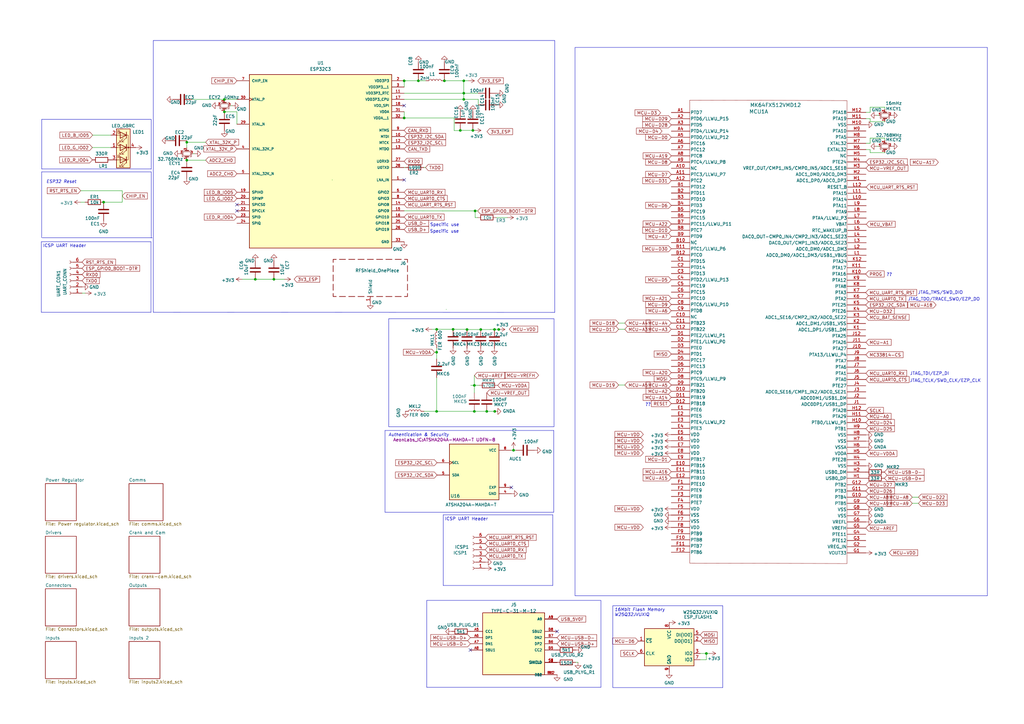
<source format=kicad_sch>
(kicad_sch (version 20230121) (generator eeschema)
  (paper "A3")
  (title_block (title "OPEN ECU") (date "2023-12-11") (rev "12-2023") (company "WWW.AEONLABS.SCIENCE") (comment 1 "https://github.com/aeonSolutions/AeonLabs-AI-Volvo-MKII-Open-Hardware") (comment 2 "Creative Commons non commercial share alike"))
  (lib_symbols
    (symbol "AeonLabs_IC:ESP32C3" (pin_names (offset 1.016))
      (property "Reference" "U" (at -30.48 33.782 0))
      (property "Value" "ESP32C3" (at -30.48 -38.862 0))
      (symbol "ESP32C3_0_0"
        (pin bidirectional line (at 33.02 -10.16 180) (length 5.08) (name "LNA_IN") (number "1"))
        (pin bidirectional line (at 33.02 7.62 180) (length 5.08) (name "MTDI") (number "10"))
        (pin power_in line (at 33.02 25.4 180) (length 5.08) (name "VDD3P3_RTC") (number "11"))
        (pin bidirectional line (at 33.02 5.08 180) (length 5.08) (name "MTCK") (number "12"))
        (pin bidirectional line (at 33.02 2.54 180) (length 5.08) (name "MTDO") (number "13"))
        (pin bidirectional line (at 33.02 -20.32 180) (length 5.08) (name "GPIO8") (number "14"))
        (pin bidirectional line (at 33.02 -22.86 180) (length 5.08) (name "GPIO9") (number "15"))
        (pin bidirectional line (at 33.02 -25.4 180) (length 5.08) (name "GPIO10") (number "16"))
        (pin power_in line (at 33.02 22.86 180) (length 5.08) (name "VDD3P3_CPU") (number "17"))
        (pin power_in line (at 33.02 20.32 180) (length 5.08) (name "VDD_SPI") (number "18"))
        (pin bidirectional line (at -35.56 -15.24 0) (length 5.08) (name "SPIHD") (number "19"))
        (pin power_in line (at 33.02 30.48 180) (length 5.08) (name "VDD3P3") (number "2"))
        (pin bidirectional line (at -35.56 -17.78 0) (length 5.08) (name "SPIWP") (number "20"))
        (pin bidirectional line (at -35.56 -20.32 0) (length 5.08) (name "SPICS0") (number "21"))
        (pin bidirectional line (at -35.56 -22.86 0) (length 5.08) (name "SPICLK") (number "22"))
        (pin bidirectional line (at -35.56 -25.4 0) (length 5.08) (name "SPID") (number "23"))
        (pin bidirectional line (at -35.56 -27.94 0) (length 5.08) (name "SPIQ") (number "24"))
        (pin bidirectional line (at 33.02 -27.94 180) (length 5.08) (name "GPIO18") (number "25"))
        (pin bidirectional line (at 33.02 -30.48 180) (length 5.08) (name "GPIO19") (number "26"))
        (pin bidirectional line (at 33.02 -2.54 180) (length 5.08) (name "U0RXD") (number "27"))
        (pin bidirectional line (at 33.02 -5.08 180) (length 5.08) (name "U0TXD") (number "28"))
        (pin output line (at -35.56 12.7 0) (length 5.08) (name "XTAL_N") (number "29"))
        (pin power_in line (at 33.02 27.94 180) (length 5.08) (name "VDD3P3__1") (number "3"))
        (pin input clock (at -35.56 22.86 0) (length 5.08) (name "XTAL_P") (number "30"))
        (pin power_in line (at 33.02 17.78 180) (length 5.08) (name "VDDA") (number "31"))
        (pin power_in line (at 33.02 15.24 180) (length 5.08) (name "VDDA__1") (number "32"))
        (pin power_in line (at 33.02 -35.56 180) (length 5.08) (name "GND") (number "33"))
        (pin bidirectional line (at -35.56 2.54 0) (length 5.08) (name "XTAL_32K_P") (number "4"))
        (pin bidirectional line (at -35.56 -7.62 0) (length 5.08) (name "XTAL_32K_N") (number "5"))
        (pin bidirectional line (at 33.02 -15.24 180) (length 5.08) (name "GPIO2") (number "6"))
        (pin input line (at -35.56 30.48 0) (length 5.08) (name "CHIP_EN") (number "7"))
        (pin bidirectional line (at 33.02 -17.78 180) (length 5.08) (name "GPIO3") (number "8"))
        (pin bidirectional line (at 33.02 10.16 180) (length 5.08) (name "MTMS") (number "9"))
      )
    )
    (symbol "AeonLabs_IC:MK64FX512VMD12" (pin_names (offset 0.254))
      (property "Reference" "MCU" (at 25.4 10.16 0))
      (property "Value" "MK64FX512VMD12" (at 25.4 7.62 0))
      (symbol "MK64FX512VMD12_1_1"
        (pin unspecified line (at 0 0 0) (length 7.62) (name "PTD7") (number "A1"))
        (pin unspecified line (at 0 -22.86 0) (length 7.62) (name "NC") (number "A10"))
        (pin unspecified line (at 0 -25.4 0) (length 7.62) (name "PTC3/LLWU_P7") (number "A11"))
        (pin unspecified line (at 0 -27.94 0) (length 7.62) (name "PTC2") (number "A12"))
        (pin unspecified line (at 0 -2.54 0) (length 7.62) (name "PTD6/LLWU_P15") (number "A2"))
        (pin unspecified line (at 0 -5.08 0) (length 7.62) (name "PTD5") (number "A3"))
        (pin unspecified line (at 0 -7.62 0) (length 7.62) (name "PTD4/LLWU_P14") (number "A4"))
        (pin unspecified line (at 0 -10.16 0) (length 7.62) (name "PTD0/LLWU_P12") (number "A5"))
        (pin unspecified line (at 0 -12.7 0) (length 7.62) (name "PTC16") (number "A6"))
        (pin unspecified line (at 0 -15.24 0) (length 7.62) (name "PTC12") (number "A7"))
        (pin unspecified line (at 0 -17.78 0) (length 7.62) (name "PTC8") (number "A8"))
        (pin unspecified line (at 0 -20.32 0) (length 7.62) (name "PTC4/LLWU_P8") (number "A9"))
        (pin unspecified line (at 0 -30.48 0) (length 7.62) (name "PTD12") (number "B1"))
        (pin unspecified line (at 0 -53.34 0) (length 7.62) (name "NC") (number "B10"))
        (pin unspecified line (at 0 -55.88 0) (length 7.62) (name "PTC1/LLWU_P6") (number "B11"))
        (pin unspecified line (at 0 -58.42 0) (length 7.62) (name "PTC0") (number "B12"))
        (pin unspecified line (at 0 -33.02 0) (length 7.62) (name "PTD11") (number "B2"))
        (pin unspecified line (at 0 -35.56 0) (length 7.62) (name "PTD10") (number "B3"))
        (pin unspecified line (at 0 -38.1 0) (length 7.62) (name "PTD3") (number "B4"))
        (pin unspecified line (at 0 -40.64 0) (length 7.62) (name "PTC19") (number "B5"))
        (pin unspecified line (at 0 -43.18 0) (length 7.62) (name "PTC15") (number "B6"))
        (pin unspecified line (at 0 -45.72 0) (length 7.62) (name "PTC11/LLWU_P11") (number "B7"))
        (pin unspecified line (at 0 -48.26 0) (length 7.62) (name "PTC7") (number "B8"))
        (pin unspecified line (at 0 -50.8 0) (length 7.62) (name "PTD9") (number "B9"))
        (pin unspecified line (at 0 -60.96 0) (length 7.62) (name "PTD15") (number "C1"))
        (pin unspecified line (at 0 -83.82 0) (length 7.62) (name "NC") (number "C10"))
        (pin unspecified line (at 0 -86.36 0) (length 7.62) (name "PTB23") (number "C11"))
        (pin unspecified line (at 0 -88.9 0) (length 7.62) (name "PTB22") (number "C12"))
        (pin unspecified line (at 0 -63.5 0) (length 7.62) (name "PTD14") (number "C2"))
        (pin unspecified line (at 0 -66.04 0) (length 7.62) (name "PTD13") (number "C3"))
        (pin unspecified line (at 0 -68.58 0) (length 7.62) (name "PTD2/LLWU_P13") (number "C4"))
        (pin unspecified line (at 0 -71.12 0) (length 7.62) (name "PTC19") (number "C5"))
        (pin unspecified line (at 0 -73.66 0) (length 7.62) (name "PTC15") (number "C6"))
        (pin unspecified line (at 0 -76.2 0) (length 7.62) (name "PTC10") (number "C7"))
        (pin unspecified line (at 0 -78.74 0) (length 7.62) (name "PTC6/LLWU_P10") (number "C8"))
        (pin unspecified line (at 0 -81.28 0) (length 7.62) (name "PTD8") (number "C9"))
        (pin unspecified line (at 0 -91.44 0) (length 7.62) (name "PTE2/LLWU_P1") (number "D1"))
        (pin unspecified line (at 0 -114.3 0) (length 7.62) (name "PTB20") (number "D10"))
        (pin unspecified line (at 0 -116.84 0) (length 7.62) (name "PTB19") (number "D11"))
        (pin unspecified line (at 0 -119.38 0) (length 7.62) (name "PTB18") (number "D12"))
        (pin unspecified line (at 0 -93.98 0) (length 7.62) (name "PTE1/LLWU_P0") (number "D2"))
        (pin unspecified line (at 0 -96.52 0) (length 7.62) (name "PTE0") (number "D3"))
        (pin unspecified line (at 0 -99.06 0) (length 7.62) (name "PTD1") (number "D4"))
        (pin unspecified line (at 0 -101.6 0) (length 7.62) (name "PTC17") (number "D5"))
        (pin unspecified line (at 0 -104.14 0) (length 7.62) (name "PTC13") (number "D6"))
        (pin unspecified line (at 0 -106.68 0) (length 7.62) (name "PTC9") (number "D7"))
        (pin unspecified line (at 0 -109.22 0) (length 7.62) (name "PTC5/LLWU_P9") (number "D8"))
        (pin unspecified line (at 0 -111.76 0) (length 7.62) (name "PTB21") (number "D9"))
        (pin unspecified line (at 0 -121.92 0) (length 7.62) (name "PTE6") (number "E1"))
        (pin unspecified line (at 0 -144.78 0) (length 7.62) (name "PTB16") (number "E10"))
        (pin unspecified line (at 0 -147.32 0) (length 7.62) (name "PTB11") (number "E11"))
        (pin unspecified line (at 0 -149.86 0) (length 7.62) (name "PTB10") (number "E12"))
        (pin unspecified line (at 0 -124.46 0) (length 7.62) (name "PTE5") (number "E2"))
        (pin unspecified line (at 0 -127 0) (length 7.62) (name "PTE4/LLWU_P2") (number "E3"))
        (pin unspecified line (at 0 -129.54 0) (length 7.62) (name "PTE3") (number "E4"))
        (pin power_in line (at 0 -132.08 0) (length 7.62) (name "VDD") (number "E5"))
        (pin power_in line (at 0 -134.62 0) (length 7.62) (name "VDD") (number "E6"))
        (pin power_in line (at 0 -137.16 0) (length 7.62) (name "VDD") (number "E7"))
        (pin power_in line (at 0 -139.7 0) (length 7.62) (name "VDD") (number "E8"))
        (pin unspecified line (at 0 -142.24 0) (length 7.62) (name "PTB17") (number "E9"))
        (pin unspecified line (at 0 -152.4 0) (length 7.62) (name "PTE10") (number "F1"))
        (pin unspecified line (at 0 -175.26 0) (length 7.62) (name "PTB8") (number "F10"))
        (pin unspecified line (at 0 -177.8 0) (length 7.62) (name "PTB7") (number "F11"))
        (pin unspecified line (at 0 -180.34 0) (length 7.62) (name "PTB6") (number "F12"))
        (pin unspecified line (at 0 -154.94 0) (length 7.62) (name "PTE9") (number "F2"))
        (pin unspecified line (at 0 -157.48 0) (length 7.62) (name "PTE8") (number "F3"))
        (pin unspecified line (at 0 -160.02 0) (length 7.62) (name "PTE7") (number "F4"))
        (pin power_in line (at 0 -162.56 0) (length 7.62) (name "VDD") (number "F5"))
        (pin power_in line (at 0 -165.1 0) (length 7.62) (name "VSS") (number "F6"))
        (pin power_in line (at 0 -167.64 0) (length 7.62) (name "VSS") (number "F7"))
        (pin power_in line (at 0 -170.18 0) (length 7.62) (name "VDD") (number "F8"))
        (pin unspecified line (at 0 -172.72 0) (length 7.62) (name "PTB9") (number "F9"))
        (pin output line (at 79.8068 -180.6194 180) (length 7.62) (name "VOUT33") (number "G1"))
        (pin unspecified line (at 79.8068 -157.7594 180) (length 7.62) (name "PTB4") (number "G10"))
        (pin unspecified line (at 79.8068 -155.2194 180) (length 7.62) (name "PTB3") (number "G11"))
        (pin unspecified line (at 79.8068 -152.6794 180) (length 7.62) (name "PTB2") (number "G12"))
        (pin input line (at 79.8068 -178.0794 180) (length 7.62) (name "VREG_IN") (number "G2"))
        (pin unspecified line (at 79.8068 -175.5394 180) (length 7.62) (name "PTE12") (number "G3"))
        (pin unspecified line (at 79.8068 -172.9994 180) (length 7.62) (name "PTE11") (number "G4"))
        (pin power_in line (at 79.8068 -170.4594 180) (length 7.62) (name "VREFH") (number "G5"))
        (pin power_in line (at 79.8068 -167.9194 180) (length 7.62) (name "VREFL") (number "G6"))
        (pin power_in line (at 79.8068 -165.3794 180) (length 7.62) (name "VSS") (number "G7"))
        (pin power_in line (at 79.8068 -162.8394 180) (length 7.62) (name "VSS") (number "G8"))
        (pin unspecified line (at 79.8068 -160.2994 180) (length 7.62) (name "PTB5") (number "G9"))
        (pin unspecified line (at 79.8068 -150.0124 180) (length 7.62) (name "USB0_DP") (number "H1"))
        (pin unspecified line (at 79.8068 -127.1524 180) (length 7.62) (name "PTB0/LLWU_P5") (number "H10"))
        (pin unspecified line (at 79.8068 -124.6124 180) (length 7.62) (name "PTA29") (number "H11"))
        (pin unspecified line (at 79.8322 -122.1994 180) (length 7.62) (name "PTA28") (number "H12"))
        (pin unspecified line (at 79.8068 -147.4724 180) (length 7.62) (name "USB0_DM") (number "H2"))
        (pin power_in line (at 79.8068 -144.9324 180) (length 7.62) (name "VSS") (number "H3"))
        (pin unspecified line (at 79.8068 -142.3924 180) (length 7.62) (name "PTE28") (number "H4"))
        (pin power_in line (at 79.8068 -139.8524 180) (length 7.62) (name "VDDA") (number "H5"))
        (pin power_in line (at 79.8068 -137.3124 180) (length 7.62) (name "VSSA") (number "H6"))
        (pin power_in line (at 79.8068 -134.7724 180) (length 7.62) (name "VSS") (number "H7"))
        (pin power_in line (at 79.8068 -132.2324 180) (length 7.62) (name "VSS") (number "H8"))
        (pin unspecified line (at 79.8068 -129.6924 180) (length 7.62) (name "PTB1") (number "H9"))
        (pin unspecified line (at 79.8322 -119.6594 180) (length 7.62) (name "ADC0DP1/USB1_DP") (number "J1"))
        (pin unspecified line (at 79.8322 -96.7994 180) (length 7.62) (name "PTA27") (number "J10"))
        (pin unspecified line (at 79.8322 -94.2594 180) (length 7.62) (name "PTA26") (number "J11"))
        (pin unspecified line (at 79.756 -91.6178 180) (length 7.62) (name "PTA25") (number "J12"))
        (pin unspecified line (at 79.8322 -117.1194 180) (length 7.62) (name "ADC0DM1/USB1_DM") (number "J2"))
        (pin unspecified line (at 79.8322 -114.5794 180) (length 7.62) (name "ADC0_SE16/CMP1_IN2/ADC0_SE21") (number "J3"))
        (pin unspecified line (at 79.8322 -112.0394 180) (length 7.62) (name "PTE27") (number "J4"))
        (pin power_in line (at 79.8322 -109.4994 180) (length 7.62) (name "PTA0") (number "J5"))
        (pin power_in line (at 79.8322 -106.9594 180) (length 7.62) (name "PTA1") (number "J6"))
        (pin power_in line (at 79.8322 -104.4194 180) (length 7.62) (name "PTA6") (number "J7"))
        (pin power_in line (at 79.8322 -101.8794 180) (length 7.62) (name "PTA7") (number "J8"))
        (pin unspecified line (at 79.8322 -99.3394 180) (length 7.62) (name "PTA13/LLWU_P4") (number "J9"))
        (pin output line (at 79.756 -89.0778 180) (length 7.62) (name "ADC1_DP1/USB1_DM") (number "K1"))
        (pin unspecified line (at 79.756 -66.2178 180) (length 7.62) (name "PTA16") (number "K10"))
        (pin unspecified line (at 79.756 -63.6778 180) (length 7.62) (name "PTA17") (number "K11"))
        (pin unspecified line (at 79.9846 -61.0616 180) (length 7.62) (name "PTA24") (number "K12"))
        (pin input line (at 79.756 -86.5378 180) (length 7.62) (name "ADC1_DM1/USB1_VSS") (number "K2"))
        (pin unspecified line (at 79.756 -83.9978 180) (length 7.62) (name "ADC1_SE16/CMP2_IN2/ADC0_SE22") (number "K3"))
        (pin unspecified line (at 79.756 -81.4578 180) (length 7.62) (name "PTE26") (number "K4"))
        (pin power_in line (at 79.756 -78.9178 180) (length 7.62) (name "PTE25") (number "K5"))
        (pin power_in line (at 79.756 -76.3778 180) (length 7.62) (name "PTA2") (number "K6"))
        (pin power_in line (at 79.756 -73.8378 180) (length 7.62) (name "PTA3") (number "K7"))
        (pin power_in line (at 79.756 -71.2978 180) (length 7.62) (name "PTA8") (number "K8"))
        (pin unspecified line (at 79.756 -68.7578 180) (length 7.62) (name "PTA12") (number "K9"))
        (pin unspecified line (at 79.9846 -58.5216 180) (length 7.62) (name "ADC0_DM0/ADC1_DM3/USB1_VBUS") (number "L1"))
        (pin unspecified line (at 79.9846 -35.6616 180) (length 7.62) (name "PTA14") (number "L10"))
        (pin unspecified line (at 79.9846 -33.1216 180) (length 7.62) (name "PTA15") (number "L11"))
        (pin unspecified line (at 79.9846 -30.5816 180) (length 7.62) (name "RESET_B") (number "L12"))
        (pin unspecified line (at 79.9846 -55.9816 180) (length 7.62) (name "ADC0_DM0/ADC1_DM3") (number "L2"))
        (pin power_in line (at 79.9846 -53.4416 180) (length 7.62) (name "DAC0_OUT/CMP1_IN3/ADC0_SE23") (number "L3"))
        (pin unspecified line (at 79.9846 -50.9016 180) (length 7.62) (name "DAC0_OUT-CMP0_IN4/CMP2_IN3/ADC1_SE23") (number "L4"))
        (pin power_in line (at 79.9846 -48.3616 180) (length 7.62) (name "RTC_WAKEUP_B") (number "L5"))
        (pin power_in line (at 79.9846 -45.8216 180) (length 7.62) (name "VBAT") (number "L6"))
        (pin power_in line (at 79.9846 -43.2816 180) (length 7.62) (name "PTA4/LLWU_P3") (number "L7"))
        (pin power_in line (at 79.9846 -40.7416 180) (length 7.62) (name "PTA9") (number "L8"))
        (pin unspecified line (at 79.9846 -38.2016 180) (length 7.62) (name "PTA11") (number "L9"))
        (pin unspecified line (at 79.8576 -27.8892 180) (length 7.62) (name "ADC1_DP0/ADC0_DP3") (number "M1"))
        (pin unspecified line (at 79.8576 -5.0292 180) (length 7.62) (name "VSS") (number "M10"))
        (pin unspecified line (at 79.8576 -2.4892 180) (length 7.62) (name "PTA19") (number "M11"))
        (pin unspecified line (at 79.8576 0.0508 180) (length 7.62) (name "PTA18") (number "M12"))
        (pin unspecified line (at 79.8576 -25.3492 180) (length 7.62) (name "ADC1_DM0/ADC0_DM3") (number "M2"))
        (pin power_in line (at 79.8576 -22.8092 180) (length 7.62) (name "VREF_OUT/CMP1_IN5/CMP0_IN5/ADC1_SE18") (number "M3"))
        (pin unspecified line (at 79.8576 -20.2692 180) (length 7.62) (name "PTE24") (number "M4"))
        (pin power_in line (at 79.8576 -17.7292 180) (length 7.62) (name "NC") (number "M5"))
        (pin power_in line (at 79.8576 -15.1892 180) (length 7.62) (name "EXTAL32") (number "M6"))
        (pin power_in line (at 79.8576 -12.6492 180) (length 7.62) (name "XTAL32") (number "M7"))
        (pin power_in line (at 79.8576 -10.1092 180) (length 7.62) (name "PTA5") (number "M8"))
        (pin unspecified line (at 79.8576 -7.5692 180) (length 7.62) (name "PTA10") (number "M9"))
      )
      (symbol "MK64FX512VMD12_2_1"
        (pin no_connect line (at 81.28 -88.9 180) (length 7.62) (name "A10") (number "A10"))
        (pin unspecified line (at 81.28 -86.36 180) (length 7.62) (name "A11") (number "A11"))
        (pin unspecified line (at 81.28 -83.82 180) (length 7.62) (name "A12") (number "A12"))
        (pin no_connect line (at 81.28 -81.28 180) (length 7.62) (name "B10") (number "B10"))
        (pin unspecified line (at 81.28 -78.74 180) (length 7.62) (name "B11") (number "B11"))
        (pin unspecified line (at 81.28 -76.2 180) (length 7.62) (name "B12") (number "B12"))
        (pin no_connect line (at 81.28 -73.66 180) (length 7.62) (name "C10") (number "C10"))
        (pin unspecified line (at 81.28 -71.12 180) (length 7.62) (name "C11") (number "C11"))
        (pin unspecified line (at 81.28 -68.58 180) (length 7.62) (name "C12") (number "C12"))
        (pin unspecified line (at 81.28 -66.04 180) (length 7.62) (name "D10") (number "D10"))
        (pin unspecified line (at 81.28 -63.5 180) (length 7.62) (name "D11") (number "D11"))
        (pin unspecified line (at 81.28 -60.96 180) (length 7.62) (name "D12") (number "D12"))
        (pin unspecified line (at 81.28 -58.42 180) (length 7.62) (name "E10") (number "E10"))
        (pin unspecified line (at 81.28 -55.88 180) (length 7.62) (name "E11") (number "E11"))
        (pin unspecified line (at 81.28 -53.34 180) (length 7.62) (name "E12") (number "E12"))
        (pin unspecified line (at 81.28 -50.8 180) (length 7.62) (name "F10") (number "F10"))
        (pin unspecified line (at 81.28 -48.26 180) (length 7.62) (name "F11") (number "F11"))
        (pin unspecified line (at 81.28 -45.72 180) (length 7.62) (name "F12") (number "F12"))
        (pin unspecified line (at 81.28 -43.18 180) (length 7.62) (name "G10") (number "G10"))
        (pin unspecified line (at 81.28 -40.64 180) (length 7.62) (name "G11") (number "G11"))
        (pin unspecified line (at 81.28 -38.1 180) (length 7.62) (name "G12") (number "G12"))
        (pin unspecified line (at 81.28 -35.56 180) (length 7.62) (name "H10") (number "H10"))
        (pin unspecified line (at 81.28 -33.02 180) (length 7.62) (name "H11") (number "H11"))
        (pin unspecified line (at 81.28 -30.48 180) (length 7.62) (name "H12") (number "H12"))
        (pin unspecified line (at 0 0 0) (length 7.62) (name "J1") (number "J1"))
        (pin unspecified line (at 81.28 -27.94 180) (length 7.62) (name "J10") (number "J10"))
        (pin unspecified line (at 81.28 -25.4 180) (length 7.62) (name "J11") (number "J11"))
        (pin unspecified line (at 81.28 -22.86 180) (length 7.62) (name "J12") (number "J12"))
        (pin unspecified line (at 0 -2.54 0) (length 7.62) (name "J2") (number "J2"))
        (pin unspecified line (at 0 -5.08 0) (length 7.62) (name "J3") (number "J3"))
        (pin unspecified line (at 0 -7.62 0) (length 7.62) (name "J4") (number "J4"))
        (pin unspecified line (at 0 -10.16 0) (length 7.62) (name "J5") (number "J5"))
        (pin unspecified line (at 0 -12.7 0) (length 7.62) (name "J6") (number "J6"))
        (pin unspecified line (at 0 -15.24 0) (length 7.62) (name "J7") (number "J7"))
        (pin unspecified line (at 0 -17.78 0) (length 7.62) (name "J8") (number "J8"))
        (pin unspecified line (at 0 -20.32 0) (length 7.62) (name "J9") (number "J9"))
        (pin unspecified line (at 0 -22.86 0) (length 7.62) (name "K1") (number "K1"))
        (pin unspecified line (at 81.28 -20.32 180) (length 7.62) (name "K10") (number "K10"))
        (pin unspecified line (at 81.28 -17.78 180) (length 7.62) (name "K11") (number "K11"))
        (pin unspecified line (at 81.28 -15.24 180) (length 7.62) (name "K12") (number "K12"))
        (pin unspecified line (at 0 -25.4 0) (length 7.62) (name "K2") (number "K2"))
        (pin unspecified line (at 0 -27.94 0) (length 7.62) (name "K3") (number "K3"))
        (pin unspecified line (at 0 -30.48 0) (length 7.62) (name "K4") (number "K4"))
        (pin unspecified line (at 0 -33.02 0) (length 7.62) (name "K5") (number "K5"))
        (pin unspecified line (at 0 -35.56 0) (length 7.62) (name "K6") (number "K6"))
        (pin unspecified line (at 0 -38.1 0) (length 7.62) (name "K7") (number "K7"))
        (pin unspecified line (at 0 -40.64 0) (length 7.62) (name "K8") (number "K8"))
        (pin unspecified line (at 0 -43.18 0) (length 7.62) (name "K9") (number "K9"))
        (pin unspecified line (at 0 -45.72 0) (length 7.62) (name "L1") (number "L1"))
        (pin unspecified line (at 81.28 -12.7 180) (length 7.62) (name "L10") (number "L10"))
        (pin unspecified line (at 81.28 -10.16 180) (length 7.62) (name "L11") (number "L11"))
        (pin unspecified line (at 81.28 -7.62 180) (length 7.62) (name "L12") (number "L12"))
        (pin unspecified line (at 0 -48.26 0) (length 7.62) (name "L2") (number "L2"))
        (pin unspecified line (at 0 -50.8 0) (length 7.62) (name "L3") (number "L3"))
        (pin unspecified line (at 0 -53.34 0) (length 7.62) (name "L4") (number "L4"))
        (pin unspecified line (at 0 -55.88 0) (length 7.62) (name "L5") (number "L5"))
        (pin power_in line (at 0 -58.42 0) (length 7.62) (name "L6") (number "L6"))
        (pin unspecified line (at 0 -60.96 0) (length 7.62) (name "L7") (number "L7"))
        (pin unspecified line (at 0 -63.5 0) (length 7.62) (name "L8") (number "L8"))
        (pin unspecified line (at 0 -66.04 0) (length 7.62) (name "L9") (number "L9"))
        (pin unspecified line (at 0 -68.58 0) (length 7.62) (name "M1") (number "M1"))
        (pin power_in line (at 81.28 -5.08 180) (length 7.62) (name "M10") (number "M10"))
        (pin unspecified line (at 81.28 -2.54 180) (length 7.62) (name "M11") (number "M11"))
        (pin unspecified line (at 81.28 0 180) (length 7.62) (name "M12") (number "M12"))
        (pin unspecified line (at 0 -71.12 0) (length 7.62) (name "M2") (number "M2"))
        (pin unspecified line (at 0 -73.66 0) (length 7.62) (name "M3") (number "M3"))
        (pin unspecified line (at 0 -76.2 0) (length 7.62) (name "M4") (number "M4"))
        (pin no_connect line (at 0 -78.74 0) (length 7.62) (name "M5") (number "M5"))
        (pin unspecified line (at 0 -81.28 0) (length 7.62) (name "M6") (number "M6"))
        (pin unspecified line (at 0 -83.82 0) (length 7.62) (name "M7") (number "M7"))
        (pin unspecified line (at 0 -86.36 0) (length 7.62) (name "M8") (number "M8"))
        (pin unspecified line (at 0 -88.9 0) (length 7.62) (name "M9") (number "M9"))
      )
    )
    (symbol "Connector:Conn_01x06_Socket" (pin_names (offset 1.016) hide)
      (property "Reference" "J" (at 0 7.62 0))
      (property "Value" "Conn_01x06_Socket" (at 0 -10.16 0))
      (symbol "Conn_01x06_Socket_1_1"
        (pin passive line (at -5.08 5.08 0) (length 3.81) (name "Pin_1") (number "1"))
        (pin passive line (at -5.08 2.54 0) (length 3.81) (name "Pin_2") (number "2"))
        (pin passive line (at -5.08 0 0) (length 3.81) (name "Pin_3") (number "3"))
        (pin passive line (at -5.08 -2.54 0) (length 3.81) (name "Pin_4") (number "4"))
        (pin passive line (at -5.08 -5.08 0) (length 3.81) (name "Pin_5") (number "5"))
        (pin passive line (at -5.08 -7.62 0) (length 3.81) (name "Pin_6") (number "6"))
      )
    )
    (symbol "Device:ATSHA204A-MAHDA-T" (pin_names (offset 1.016))
      (property "Reference" "U" (at -9.906 7.62 0))
      (property "Value" "ATSHA204A-MAHDA-T" (at -10.1854 -15.2654 0))
      (property "Footprint" "Package_SO:ATSHA204A Auth SOIC8" (at -7.112 14.478 0))
      (symbol "ATSHA204A-MAHDA-T_0_0"
        (pin power_in line (at 15.24 -10.16 180) (length 5.08) (name "GND") (number "4"))
        (pin bidirectional line (at -15.24 -2.54 0) (length 5.08) (name "SDA") (number "5"))
        (pin input clock (at -15.24 2.54 0) (length 5.08) (name "SCL") (number "6"))
        (pin power_in line (at 15.24 7.62 180) (length 5.08) (name "VCC") (number "8"))
        (pin power_in line (at 15.24 -7.62 180) (length 5.08) (name "EXP") (number "9"))
      )
    )
    (symbol "Device:C" (pin_numbers hide) (pin_names (offset 0.254))
      (property "Reference" "C" (at 0.635 2.54 0))
      (property "Value" "C" (at 0.635 -2.54 0))
      (symbol "C_1_1"
        (pin passive line (at 0 3.81 270) (length 2.794) (name "~") (number "1"))
        (pin passive line (at 0 -3.81 90) (length 2.794) (name "~") (number "2"))
      )
    )
    (symbol "Device:Crystal_GND24_Small" (pin_names (offset 1.016) hide)
      (property "Reference" "Y" (at 1.27 4.445 0))
      (property "Value" "Crystal_GND24_Small" (at 1.27 2.54 0))
      (symbol "Crystal_GND24_Small_1_1"
        (pin passive line (at -2.54 0 0) (length 1.27) (name "1") (number "1"))
        (pin passive line (at 0 -2.54 90) (length 0.635) (name "2") (number "2"))
        (pin passive line (at 2.54 0 180) (length 1.27) (name "3") (number "3"))
        (pin passive line (at 0 2.54 270) (length 0.635) (name "4") (number "4"))
      )
    )
    (symbol "Device:L" (pin_numbers hide) (pin_names (offset 1.016) hide)
      (property "Reference" "L" (at -1.27 0 90))
      (property "Value" "L" (at 1.905 0 90))
      (symbol "L_1_1"
        (pin passive line (at 0 3.81 270) (length 1.27) (name "1") (number "1"))
        (pin passive line (at 0 -3.81 90) (length 1.27) (name "2") (number "2"))
      )
    )
    (symbol "Device:LED_GBRC" (pin_names (offset 0) hide)
      (property "Reference" "D" (at 0 9.398 0))
      (property "Value" "Device_LED_GBRC" (at 0 -8.89 0))
      (symbol "LED_GBRC_0_0"
        (text "B" (at 1.905 -6.35 0) (effects (font (size 1.27 1.27))))
        (text "G" (at 1.905 -1.27 0) (effects (font (size 1.27 1.27))))
        (text "R" (at 1.905 3.81 0) (effects (font (size 1.27 1.27))))
      )
      (symbol "LED_GBRC_1_1"
        (pin passive line (at 5.08 0 180) (length 2.54) (name "GA") (number "1"))
        (pin passive line (at 5.08 -5.08 180) (length 2.54) (name "BA") (number "2"))
        (pin passive line (at 5.08 5.08 180) (length 2.54) (name "RA") (number "3"))
        (pin passive line (at -5.08 0 0) (length 2.54) (name "K") (number "4"))
      )
    )
    (symbol "Device:R" (pin_numbers hide) (pin_names (offset 0))
      (property "Reference" "R" (at 2.032 0 90))
      (property "Value" "R" (at 0 0 90))
      (symbol "R_1_1"
        (pin passive line (at 0 3.81 270) (length 1.27) (name "~") (number "1"))
        (pin passive line (at 0 -3.81 90) (length 1.27) (name "~") (number "2"))
      )
    )
    (symbol "Device:RFShield_OnePiece" (pin_names (offset 1.016))
      (property "Reference" "J" (at 0 5.08 0))
      (property "Value" "RFShield_OnePiece" (at 0 2.54 0))
      (symbol "RFShield_OnePiece_1_1"
        (pin passive line (at 0 -10.16 90) (length 2.54) (name "Shield") (number "1"))
      )
    )
    (symbol "Interface_USB:TYPE-C-31-M-12" (pin_names (offset 1.016))
      (property "Reference" "J1" (at 0 16.0274 0))
      (property "Value" "TYPE-C-31-M-12" (at 0 13.4874 0))
      (symbol "TYPE-C-31-M-12_0_0"
        (pin bidirectional line (at -17.78 5.08 0) (length 5.08) (name "CC1") (number "A5"))
        (pin bidirectional line (at -17.78 2.54 0) (length 5.08) (name "DP1") (number "A6"))
        (pin bidirectional line (at -17.78 0 0) (length 5.08) (name "DN1") (number "A7"))
        (pin bidirectional line (at -17.78 -2.54 0) (length 5.08) (name "SBU1") (number "A8"))
        (pin power_in line (at 17.78 -12.7 180) (length 5.08) (name "B1") (number "B1"))
        (pin bidirectional line (at 17.78 -2.54 180) (length 5.08) (name "CC2") (number "B5"))
        (pin bidirectional line (at 17.78 0 180) (length 5.08) (name "DP2") (number "B6"))
        (pin bidirectional line (at 17.78 2.54 180) (length 5.08) (name "DN2") (number "B7"))
        (pin bidirectional line (at 17.78 5.08 180) (length 5.08) (name "SBU2") (number "B8"))
        (pin passive line (at 17.78 -7.62 180) (length 5.08) (name "SHIELD") (number "S1"))
        (pin passive line (at 17.78 -7.62 180) (length 5.08) (name "SHIELD") (number "S2"))
        (pin passive line (at 17.78 -7.62 180) (length 5.08) (name "SHIELD") (number "S3"))
        (pin passive line (at 17.78 -7.62 180) (length 5.08) (name "SHIELD") (number "S4"))
      )
      (symbol "TYPE-C-31-M-12_1_0"
        (pin power_in line (at 17.78 10.16 180) (length 5.08) (name "A4") (number "A4"))
        (pin power_in line (at 17.78 10.16 180) (length 5.08) (name "A9") (number "A9"))
        (pin power_in line (at 17.78 -12.7 180) (length 5.08) (name "B12") (number "B12"))
      )
    )
    (symbol "Memory_Flash:SPI_Flash_W25Q128JVS"
      (property "Reference" "ESP_FLASH1" (at -12.7 11.43 0))
      (property "Value" "W25Q128JVS" (at -14.478 9.398 0))
      (symbol "SPI_Flash_W25Q128JVS_1_1"
        (pin input line (at -12.7 2.54 0) (length 2.54) (name "~{CS}") (number "1"))
        (pin bidirectional line (at 12.7 2.54 180) (length 2.54) (name "DO(IO1)") (number "2"))
        (pin bidirectional line (at 12.7 -2.54 180) (length 2.54) (name "IO2") (number "3"))
        (pin power_in line (at 0 -10.16 90) (length 2.54) (name "GND") (number "4"))
        (pin bidirectional line (at 12.7 5.08 180) (length 2.54) (name "DI(IO0)") (number "5"))
        (pin input line (at -12.7 -2.54 0) (length 2.54) (name "CLK") (number "6"))
        (pin bidirectional line (at 12.7 -5.08 180) (length 2.54) (name "IO3") (number "7"))
        (pin power_in line (at 0 10.16 270) (length 2.54) (name "VCC") (number "8"))
        (pin power_in line (at 0 -10.16 90) (length 2.54) (name "GND") (number "9"))
      )
    )
    (symbol "power:+3V3" (power) (pin_names (offset 0))
      (property "Value" "+3V3" (at 0 3.556 0))
      (symbol "+3V3_1_1"
        (pin power_in line (at 0 0 90) (length 0) hide (name "+3V3") (number "1"))
      )
    )
    (symbol "power:GND" (power) (pin_names (offset 0))
      (property "Value" "GND" (at 0 -3.81 0))
      (symbol "GND_1_1"
        (pin power_in line (at 0 0 270) (length 0) hide (name "GND") (number "1"))
      )
    )
    (symbol "power:GNDA" (power) (pin_names (offset 0))
      (property "Value" "GNDA" (at 0 -3.81 0))
      (symbol "GNDA_1_1"
        (pin power_in line (at 0 0 270) (length 0) hide (name "GNDA") (number "1"))
      )
    )
  )
  (junction (at 194.564 158.0642))
  (junction (at 92.0496 45.8724))
  (junction (at 190.2206 33.147))
  (junction (at 112.3442 114.554))
  (junction (at 191.5414 135.1534))
  (junction (at 179.07 144.4752))
  (junction (at 202.819 135.128))
  (junction (at 190.2206 40.767))
  (junction (at 165.7604 48.387))
  (junction (at 182.2704 33.147))
  (junction (at 289.7124 268.0208))
  (junction (at 190.2206 38.227))
  (junction (at 171.6024 33.147))
  (junction (at 210.6168 184.6834))
  (junction (at 104.7242 114.554))
  (junction (at 194.564 168.7322))
  (junction (at 188.7982 53.4924))
  (junction (at 197.1802 135.1534))
  (junction (at 199.644 168.7322))
  (junction (at 179.0954 135.0772))
  (junction (at 202.9206 168.7322))
  (junction (at 92.0242 40.7924))
  (junction (at 76.6064 58.3438))
  (junction (at 42.4942 82.9056))
  (junction (at 193.9544 53.4924))
  (junction (at 194.8688 86.5124))
  (junction (at 179.07 168.7322))
  (junction (at 204.5462 135.128))
  (junction (at 185.8264 135.0772))
  (junction (at 165.7604 33.147))
  (junction (at 76.6064 65.6844))
  (no_connect (at 228.473 258.9784))
  (no_connect (at 97.1804 83.947))
  (no_connect (at 165.7604 73.787))
  (no_connect (at 209.7278 199.9234))
  (no_connect (at 97.1804 86.487))
  (no_connect (at 165.7604 43.307))
  (no_connect (at 192.913 266.5984))
  (wire (pts (xy 356.87 48.641) (xy 355.1682 48.641)))
  (wire (pts (xy 290.9824 268.0208) (xy 289.7124 268.0208)))
  (wire (pts (xy 185.8264 135.0772) (xy 191.5414 135.0772)))
  (polyline (pts (xy 17.0942 48.9712) (xy 17.0942 69.2912)))
  (wire (pts (xy 356.87 61.341) (xy 355.1682 61.341)))
  (wire (pts (xy 92.0496 45.9994) (xy 92.0496 45.8724)))
  (wire (pts (xy 355.1682 58.801) (xy 356.87 58.801)))
  (wire (pts (xy 181.5084 86.5124) (xy 165.7604 86.487)))
  (wire (pts (xy 179.07 168.7322) (xy 179.07 154.8638)))
  (wire (pts (xy 356.87 61.341) (xy 356.87 62.5856)))
  (wire (pts (xy 190.2206 38.227) (xy 196.1642 38.227)))
  (polyline (pts (xy 16.9672 128.0922) (xy 61.9252 128.0922)))
  (wire (pts (xy 179.0954 135.0772) (xy 185.8264 135.0772)))
  (polyline (pts (xy 62.4332 97.5106) (xy 17.3482 97.5106)))
  (wire (pts (xy 194.564 154.0002) (xy 194.564 158.0642)))
  (wire (pts (xy 208.0768 89.2302) (xy 203.5048 89.2302)))
  (wire (pts (xy 193.04 158.0642) (xy 194.564 158.0642)))
  (wire (pts (xy 376.7074 206.4512) (xy 374.1674 206.4512)))
  (polyline (pts (xy 16.9672 99.1362) (xy 16.9672 128.0922)))
  (wire (pts (xy 94.5896 43.3324) (xy 95.2246 43.3324)))
  (polyline (pts (xy 181.7878 211.1756) (xy 181.7878 240.1316)))
  (wire (pts (xy 188.7982 53.5432) (xy 188.7982 53.4924)))
  (wire (pts (xy 173.8376 168.7322) (xy 179.07 168.7322)))
  (wire (pts (xy 192.0494 33.147) (xy 190.2206 33.147)))
  (wire (pts (xy 45.4914 55.4228) (xy 37.9984 55.4228)))
  (wire (pts (xy 356.87 56.642) (xy 362.9406 56.642)))
  (wire (pts (xy 165.7604 38.227) (xy 190.2206 38.227)))
  (wire (pts (xy 178.2318 144.4752) (xy 179.07 144.4752)))
  (wire (pts (xy 202.7936 135.1788) (xy 202.819 135.1788)))
  (wire (pts (xy 50.1142 78.2066) (xy 50.1142 82.9056)))
  (wire (pts (xy 171.6024 33.147) (xy 165.7604 33.147)))
  (wire (pts (xy 97.1804 45.8724) (xy 97.1804 50.927)))
  (wire (pts (xy 360.4006 47.3202) (xy 359.7656 47.3202)))
  (wire (pts (xy 92.0242 40.7924) (xy 92.0242 40.767)))
  (wire (pts (xy 177.1142 135.0772) (xy 179.0954 135.0772)))
  (wire (pts (xy 183.0324 126.9746) (xy 183.0324 126.8476)))
  (wire (pts (xy 76.6064 73.3044) (xy 76.6064 73.1774)))
  (wire (pts (xy 202.819 135.1788) (xy 202.819 135.128)))
  (wire (pts (xy 209.7278 184.6834) (xy 210.6168 184.6834)))
  (wire (pts (xy 194.564 158.0642) (xy 196.5198 158.0642)))
  (wire (pts (xy 289.7124 268.0208) (xy 287.1724 268.0208)))
  (wire (pts (xy 356.87 48.641) (xy 356.87 49.8856)))
  (wire (pts (xy 355.1682 46.101) (xy 356.87 46.101)))
  (wire (pts (xy 112.3442 114.554) (xy 116.6368 114.554)))
  (polyline (pts (xy 226.7458 211.1756) (xy 226.7458 240.1316)))
  (wire (pts (xy 362.9406 49.8856) (xy 362.9406 49.8602)))
  (wire (pts (xy 362.9406 56.642) (xy 362.9406 57.4802)))
  (wire (pts (xy 76.6064 65.6844) (xy 76.6064 65.5574)))
  (wire (pts (xy 204.5462 135.128) (xy 204.5716 135.128)))
  (wire (pts (xy 289.7124 270.5608) (xy 289.7124 268.0208)))
  (wire (pts (xy 136.2456 73.8124) (xy 136.2456 73.787)))
  (wire (pts (xy 191.5414 135.0772) (xy 191.5414 135.1534)))
  (polyline (pts (xy 226.7458 211.1756) (xy 181.7878 211.1756)))
  (wire (pts (xy 253.7206 132.5118) (xy 256.2606 132.5118)))
  (wire (pts (xy 165.7604 45.847) (xy 165.7604 48.387)))
  (wire (pts (xy 191.5414 135.1534) (xy 197.1802 135.1534)))
  (wire (pts (xy 34.925 120.2182) (xy 33.655 120.2182)))
  (wire (pts (xy 50.1142 82.9056) (xy 42.4942 82.9056)))
  (polyline (pts (xy 17.0688 97.5106) (xy 17.0688 70.5104)))
  (wire (pts (xy 362.9406 43.942) (xy 362.9406 44.7802)))
  (wire (pts (xy 195.9102 86.5378) (xy 195.9102 86.5124)))
  (wire (pts (xy 37.8714 60.5028) (xy 45.4914 60.5028)))
  (wire (pts (xy 356.87 58.801) (xy 356.87 56.642)))
  (wire (pts (xy 360.4006 60.0202) (xy 359.7656 60.0202)))
  (wire (pts (xy 201.0664 135.1534) (xy 201.0664 135.128)))
  (wire (pts (xy 256.2606 135.0518) (xy 253.7206 135.0518)))
  (wire (pts (xy 104.7242 114.554) (xy 112.3442 114.554)))
  (wire (pts (xy 179.07 144.4752) (xy 179.07 147.2438)))
  (wire (pts (xy 165.7604 33.147) (xy 165.7604 35.687)))
  (wire (pts (xy 179.0954 142.6972) (xy 179.0954 144.4752)))
  (wire (pts (xy 186.2582 53.5432) (xy 188.7982 53.5432)))
  (wire (pts (xy 287.1724 270.5608) (xy 289.7124 270.5608)))
  (wire (pts (xy 179.0954 144.4752) (xy 179.07 144.4752)))
  (wire (pts (xy 166.2684 68.707) (xy 165.7604 68.707)))
  (wire (pts (xy 76.6064 58.3438) (xy 76.6064 60.4774)))
  (polyline (pts (xy 62.8904 128.1176) (xy 62.8904 16.6116)))
  (polyline (pts (xy 227.1268 210.0834) (xy 157.9118 210.0834)))
  (polyline (pts (xy 61.9252 99.1362) (xy 16.9672 99.1362)))
  (polyline (pts (xy 296.4434 281.9908) (xy 251.3584 281.9908)))
  (wire (pts (xy 84.328 58.3438) (xy 76.6064 58.3438)))
  (wire (pts (xy 194.8688 86.5124) (xy 195.9102 86.5124)))
  (wire (pts (xy 193.9544 53.4924) (xy 194.7164 53.4924)))
  (wire (pts (xy 194.564 168.7322) (xy 199.644 168.7322)))
  (polyline (pts (xy 62.0014 69.3928) (xy 62.0014 49.0728)))
  (wire (pts (xy 99.3902 114.554) (xy 104.7242 114.554)))
  (wire (pts (xy 194.8688 89.2302) (xy 194.8688 86.5124)))
  (wire (pts (xy 202.819 135.128) (xy 204.5462 135.128)))
  (wire (pts (xy 92.0496 40.7924) (xy 92.0242 40.7924)))
  (wire (pts (xy 92.0242 40.767) (xy 97.1804 40.767)))
  (wire (pts (xy 136.2202 73.8124) (xy 136.2456 73.8124)))
  (polyline (pts (xy 296.4434 248.4628) (xy 296.4434 281.9908)))
  (wire (pts (xy 190.2206 33.147) (xy 190.2206 38.227)))
  (polyline (pts (xy 227.1268 176.5554) (xy 227.1268 210.0834)))
  (polyline (pts (xy 251.3584 248.4628) (xy 296.4434 248.4628)))
  (wire (pts (xy 196.1642 40.767) (xy 196.1642 43.0276)))
  (wire (pts (xy 174.5234 68.707) (xy 173.8884 68.707)))
  (wire (pts (xy 356.87 43.942) (xy 362.9406 43.942)))
  (polyline (pts (xy 62.9158 16.6116) (xy 227.4824 16.6116)))
  (wire (pts (xy 173.8376 168.7068) (xy 173.8376 168.7322)))
  (wire (pts (xy 190.2206 40.767) (xy 196.1642 40.767)))
  (wire (pts (xy 181.5084 86.5124) (xy 194.8688 86.5124)))
  (polyline (pts (xy 157.9118 210.0834) (xy 157.9118 176.5554)))
  (wire (pts (xy 210.6168 184.6834) (xy 211.582 184.6834)))
  (wire (pts (xy 179.07 168.7322) (xy 194.564 168.7322)))
  (wire (pts (xy 186.2582 48.387) (xy 186.2582 53.5432)))
  (wire (pts (xy 194.8688 89.2302) (xy 195.8848 89.2302)))
  (wire (pts (xy 356.87 46.101) (xy 356.87 43.942)))
  (polyline (pts (xy 181.7878 240.1316) (xy 226.7458 240.1316)))
  (wire (pts (xy 197.1802 135.1534) (xy 201.0664 135.1534)))
  (wire (pts (xy 188.7982 53.4924) (xy 193.9544 53.4924)))
  (wire (pts (xy 190.2206 33.147) (xy 182.2704 33.147)))
  (polyline (pts (xy 17.0942 69.2912) (xy 62.0014 69.2912)))
  (polyline (pts (xy 227.5078 16.6116) (xy 227.5078 128.143)))
  (wire (pts (xy 210.6168 184.023) (xy 210.6168 184.6834)))
  (wire (pts (xy 356.87 49.8856) (xy 362.9406 49.8856)))
  (wire (pts (xy 356.87 62.5856) (xy 362.9406 62.5856)))
  (wire (pts (xy 362.9406 62.5856) (xy 362.9406 62.5602)))
  (wire (pts (xy 194.564 158.0642) (xy 194.564 161.1122)))
  (polyline (pts (xy 227.5078 128.143) (xy 62.9158 128.0414)))
  (wire (pts (xy 188.7982 53.4162) (xy 188.7982 53.4924)))
  (wire (pts (xy 165.7604 48.387) (xy 186.2582 48.387)))
  (wire (pts (xy 79.1464 63.0174) (xy 79.7814 63.0174)))
  (wire (pts (xy 76.6064 57.6834) (xy 76.6064 58.3438)))
  (polyline (pts (xy 61.9252 99.1362) (xy 61.9252 128.0922)))
  (polyline (pts (xy 251.3584 281.9908) (xy 251.3584 248.4628)))
  (polyline (pts (xy 17.0688 70.5104) (xy 62.0268 70.5104)))
  (wire (pts (xy 202.9206 168.7322) (xy 202.946 168.7322)))
  (wire (pts (xy 237.0582 271.7292) (xy 237.0582 271.6784)))
  (wire (pts (xy 190.2206 38.227) (xy 190.2206 40.767)))
  (wire (pts (xy 237.0582 271.6784) (xy 236.093 271.6784)))
  (wire (pts (xy 33.0962 82.9056) (xy 34.8742 82.9056)))
  (polyline (pts (xy 157.9118 176.5554) (xy 227.1268 176.5554)))
  (wire (pts (xy 253.7206 157.9118) (xy 256.2606 157.9118)))
  (wire (pts (xy 33.0962 78.2066) (xy 50.1142 78.2066)))
  (wire (pts (xy 376.7074 203.9112) (xy 374.1674 203.9112)))
  (wire (pts (xy 165.7604 40.767) (xy 190.2206 40.767)))
  (polyline (pts (xy 62.0014 48.9712) (xy 17.0942 48.9712)))
  (wire (pts (xy 76.6064 65.6844) (xy 84.3534 65.6844)))
  (wire (pts (xy 201.0664 135.128) (xy 202.819 135.128)))
  (wire (pts (xy 97.1804 45.8724) (xy 92.0496 45.8724)))
  (wire (pts (xy 173.9138 168.7068) (xy 173.8376 168.7068)))
  (wire (pts (xy 174.6504 33.147) (xy 171.6024 33.147)))
  (wire (pts (xy 199.644 168.7322) (xy 202.9206 168.7322)))
  (wire (pts (xy 78.6384 40.7924) (xy 92.0242 40.7924)))
  (polyline (pts (xy 62.0268 70.5104) (xy 62.0268 97.6376)))
  (rectangle (start 235.839 19.4564) (end 404.9776 244.348))
  (rectangle (start 159.4358 130.7084) (end 227.2284 175.0314))
  (rectangle (start 175.006 246.253) (end 246.4816 281.9146))
  (text "??" (at 363.5502 113.4872 0) (effects (font (size 1.27 1.27)) (justify left bottom)))
  (text " JTAG_TDO/TRACE_SWO/EZP_DO\n" (at 371.348 123.5964 0) (effects (font (size 1.27 1.27)) (justify left bottom)))
  (text "ESP32 Reset" (at 18.9738 75.4126 0) (effects (font (size 1.27 1.27) italic) (justify left bottom)))
  (text "16Mbit Flash Memory\nW25Q32JVUXIQ" (at 252.0442 253.0094 0) (effects (font (size 1.27 1.27) italic) (justify left bottom)))
  (text "JTAG_TCLK/SWD_CLK/EZP_CLK\n" (at 373.1006 156.9974 0) (effects (font (size 1.27 1.27)) (justify left bottom)))
  (text "??" (at 264.6172 166.7764 0) (effects (font (size 1.27 1.27)) (justify left bottom)))
  (text "ICSP UART Header" (at 182.4228 213.7156 0) (effects (font (size 1.27 1.27)) (justify left bottom)))
  (text " JTAG_TMS/SWD_DIO" (at 375.4628 120.8532 0) (effects (font (size 1.27 1.27)) (justify left bottom)))
  (text "ICSP UART Header" (at 17.6022 101.6762 0) (effects (font (size 1.27 1.27)) (justify left bottom)))
  (text "JTAG_TDI/EZP_DI\n" (at 373.2022 154.0764 0) (effects (font (size 1.27 1.27)) (justify left bottom)))
  (text "Specific use" (at 176.3014 95.758 0) (effects (font (size 1.27 1.27)) (justify left bottom)))
  (text "Authentication & Security" (at 159.3088 179.2224 0) (effects (font (size 1.27 1.27) italic) (justify left bottom)))
  (text "Specific use" (at 176.3776 93.0656 0) (effects (font (size 1.27 1.27)) (justify left bottom)))
  (global_label "MCU_UART0_CTS" (shape input) (at 199.009 222.9358 0) (property "Intersheetrefs" "${INTERSHEET_REFS}" (effects hide)))
  (global_label "MCU_UART_RTS_RST" (shape input) (at 165.7604 83.947 0) (property "Intersheetrefs" "${INTERSHEET_REFS}" (effects hide)))
  (global_label "MCU-A6" (shape input) (at 275.3106 127.4318 180) (property "Intersheetrefs" "${INTERSHEET_REFS}" (effects hide)))
  (global_label "MCU-A21" (shape input) (at 275.3106 122.3518 180) (property "Intersheetrefs" "${INTERSHEET_REFS}" (effects hide)))
  (global_label "LED_R_IO04" (shape input) (at 37.8714 65.5828 180) (property "Intersheetrefs" "${INTERSHEET_REFS}" (effects hide)))
  (global_label "MCU_VBAT" (shape input) (at 355.2952 91.9734 0) (property "Intersheetrefs" "${INTERSHEET_REFS}" (effects hide)))
  (global_label "MCU-VREFH" (shape input) (at 220.9292 153.924 180) (property "Intersheetrefs" "${INTERSHEET_REFS}" (effects hide)))
  (global_label "MCU-A18" (shape input) (at 383.9464 125.0696 180) (property "Intersheetrefs" "${INTERSHEET_REFS}" (effects hide)))
  (global_label "MCU-D1" (shape input) (at 275.3106 188.3918 180) (property "Intersheetrefs" "${INTERSHEET_REFS}" (effects hide)))
  (global_label "MCU-A9" (shape input) (at 355.1174 206.4512 0) (property "Intersheetrefs" "${INTERSHEET_REFS}" (effects hide)))
  (global_label "MCU-A15" (shape input) (at 275.3106 196.0118 180) (property "Intersheetrefs" "${INTERSHEET_REFS}" (effects hide)))
  (global_label "MCU-D7" (shape input) (at 275.3106 71.5518 180) (property "Intersheetrefs" "${INTERSHEET_REFS}" (effects hide)))
  (global_label "RST_RTS_EN" (shape input) (at 33.0962 78.2066 180) (property "Intersheetrefs" "${INTERSHEET_REFS}" (effects hide)))
  (global_label "MCU-VDDA" (shape input) (at 204.1398 158.0642 0) (property "Intersheetrefs" "${INTERSHEET_REFS}" (effects hide)))
  (global_label "ESP32_I2C_SDA" (shape input) (at 165.7604 56.007 0) (property "Intersheetrefs" "${INTERSHEET_REFS}" (effects hide)))
  (global_label "MCU_UART_RTS_RST" (shape input) (at 199.009 220.3958 0) (property "Intersheetrefs" "${INTERSHEET_REFS}" (effects hide)))
  (global_label "ESP32_I2C_SCL" (shape input) (at 179.2478 189.7634 180) (property "Intersheetrefs" "${INTERSHEET_REFS}" (effects hide)))
  (global_label "MCU_UART0_RX" (shape input) (at 165.7604 78.867 0) (property "Intersheetrefs" "${INTERSHEET_REFS}" (effects hide)))
  (global_label "MISO" (shape input) (at 275.3106 145.2118 180) (property "Intersheetrefs" "${INTERSHEET_REFS}" (effects hide)))
  (global_label "MOSI" (shape input) (at 275.3106 155.3718 180) (property "Intersheetrefs" "${INTERSHEET_REFS}" (effects hide)))
  (global_label "MCU-D32" (shape input) (at 355.0666 127.6096 0) (property "Intersheetrefs" "${INTERSHEET_REFS}" (effects hide)))
  (global_label "MCU-D8" (shape input) (at 275.3106 66.4718 180) (property "Intersheetrefs" "${INTERSHEET_REFS}" (effects hide)))
  (global_label "MCU-A19" (shape input) (at 275.3106 63.9318 180) (property "Intersheetrefs" "${INTERSHEET_REFS}" (effects hide)))
  (global_label "RXD0" (shape input) (at 33.655 112.5982 0) (property "Intersheetrefs" "${INTERSHEET_REFS}" (effects hide)))
  (global_label "MCU_UART0_CTS" (shape input) (at 165.7604 81.407 0) (property "Intersheetrefs" "${INTERSHEET_REFS}" (effects hide)))
  (global_label "MCU-VREF_OUT" (shape input) (at 199.644 161.1122 0) (property "Intersheetrefs" "${INTERSHEET_REFS}" (effects hide)))
  (global_label "MCU-A22" (shape input) (at 275.3106 91.8718 180) (property "Intersheetrefs" "${INTERSHEET_REFS}" (effects hide)))
  (global_label "MCU-D27" (shape input) (at 355.1174 198.8312 0) (property "Intersheetrefs" "${INTERSHEET_REFS}" (effects hide)))
  (global_label "ADC2_CH0" (shape input) (at 97.1804 71.247 180) (property "Intersheetrefs" "${INTERSHEET_REFS}" (effects hide)))
  (global_label "MCU-D10" (shape input) (at 275.3106 94.4118 180) (property "Intersheetrefs" "${INTERSHEET_REFS}" (effects hide)))
  (global_label "CHIP_EN" (shape input) (at 97.1804 33.147 180) (property "Intersheetrefs" "${INTERSHEET_REFS}" (effects hide)))
  (global_label "RST_RTS_EN" (shape input) (at 33.655 107.5182 0) (property "Intersheetrefs" "${INTERSHEET_REFS}" (effects hide)))
  (global_label "MCU-VDD" (shape input) (at 263.8806 180.6956 180) (property "Intersheetrefs" "${INTERSHEET_REFS}" (effects hide)))
  (global_label "MISO" (shape input) (at 287.1724 262.9408 0) (property "Intersheetrefs" "${INTERSHEET_REFS}" (effects hide)))
  (global_label "ESP32_I2C_SDA" (shape input) (at 179.2478 194.8434 180) (property "Intersheetrefs" "${INTERSHEET_REFS}" (effects hide)))
  (global_label "MCU-AREF" (shape input) (at 194.564 154.0002 0) (property "Intersheetrefs" "${INTERSHEET_REFS}" (effects hide)))
  (global_label "MCU-D5" (shape input) (at 275.3106 114.7318 180) (property "Intersheetrefs" "${INTERSHEET_REFS}" (effects hide)))
  (global_label "RXD0" (shape input) (at 165.7604 66.167 0) (property "Intersheetrefs" "${INTERSHEET_REFS}" (effects hide)))
  (global_label "MCU-VDD" (shape input) (at 364.7186 226.695 0) (property "Intersheetrefs" "${INTERSHEET_REFS}" (effects hide)))
  (global_label "3V3_ESP" (shape input) (at 199.7202 53.975 0) (property "Intersheetrefs" "${INTERSHEET_REFS}" (effects hide)))
  (global_label "MCU_UART0_TX" (shape input) (at 355.0666 122.5296 0) (property "Intersheetrefs" "${INTERSHEET_REFS}" (effects hide)))
  (global_label "USB_D-" (shape input) (at 165.7604 91.567 0) (property "Intersheetrefs" "${INTERSHEET_REFS}" (effects hide)))
  (global_label "MCU_BAT_SENSE" (shape input) (at 355.0666 130.1496 0) (effects (font italic)) (property "Intersheetrefs" "${INTERSHEET_REFS}" (effects hide)))
  (global_label "PROG" (shape input) (at 355.0666 112.3696 0) (property "Intersheetrefs" "${INTERSHEET_REFS}" (effects hide)))
  (global_label "MCU_UART_RTS_RST" (shape input) (at 355.2952 76.7334 0) (property "Intersheetrefs" "${INTERSHEET_REFS}" (effects hide)))
  (global_label "MCU-D6" (shape input) (at 261.7724 262.9408 180) (property "Intersheetrefs" "${INTERSHEET_REFS}" (effects hide)))
  (global_label "XTAL_32K_P" (shape input) (at 84.328 58.3438 0) (property "Intersheetrefs" "${INTERSHEET_REFS}" (effects hide)))
  (global_label "MCU-D29" (shape input) (at 275.3106 48.6918 180) (property "Intersheetrefs" "${INTERSHEET_REFS}" (effects hide)))
  (global_label "LED_G_IO02" (shape input) (at 37.8714 60.5028 180) (property "Intersheetrefs" "${INTERSHEET_REFS}" (effects hide)))
  (global_label "TXD0" (shape input) (at 33.655 115.1382 0) (property "Intersheetrefs" "${INTERSHEET_REFS}" (effects hide)))
  (global_label "ESP32_I2C_SCL" (shape input) (at 165.7604 58.547 0) (property "Intersheetrefs" "${INTERSHEET_REFS}" (effects hide)))
  (global_label "MCU-VDD" (shape input) (at 263.8806 185.7756 180) (property "Intersheetrefs" "${INTERSHEET_REFS}" (effects hide)))
  (global_label "MCU-A14" (shape input) (at 275.3106 162.9918 180) (property "Intersheetrefs" "${INTERSHEET_REFS}" (effects hide)))
  (global_label "MCU-A5" (shape input) (at 256.2606 157.9118 0) (property "Intersheetrefs" "${INTERSHEET_REFS}" (effects hide)))
  (global_label "CAN_RXD" (shape input) (at 165.7604 53.467 0) (property "Intersheetrefs" "${INTERSHEET_REFS}" (effects hide)))
  (global_label "MCU-A8" (shape input) (at 355.1174 203.9112 0) (property "Intersheetrefs" "${INTERSHEET_REFS}" (effects hide)))
  (global_label "SCLK" (shape input) (at 261.7724 268.0208 180) (property "Intersheetrefs" "${INTERSHEET_REFS}" (effects hide)))
  (global_label "MC33814-CS" (shape input) (at 355.1428 145.4912 0) (property "Intersheetrefs" "${INTERSHEET_REFS}" (effects hide)))
  (global_label "ESP32_I2C_SCL" (shape input) (at 355.1682 66.421 0) (property "Intersheetrefs" "${INTERSHEET_REFS}" (effects hide)))
  (global_label "MCU-VREF_OUT" (shape input) (at 355.1682 68.961 0) (property "Intersheetrefs" "${INTERSHEET_REFS}" (effects hide)))
  (global_label "SCLK" (shape input) (at 355.1428 168.3512 0) (property "Intersheetrefs" "${INTERSHEET_REFS}" (effects hide)))
  (global_label "LED_B_IO05" (shape input) (at 37.9984 55.4228 180) (property "Intersheetrefs" "${INTERSHEET_REFS}" (effects hide)))
  (global_label "MCU-A17" (shape input) (at 384.8862 66.548 180) (property "Intersheetrefs" "${INTERSHEET_REFS}" (effects hide)))
  (global_label "MCU-VDDA" (shape input) (at 178.2318 144.4752 180) (property "Intersheetrefs" "${INTERSHEET_REFS}" (effects hide)))
  (global_label "MCU-USB-D-" (shape input) (at 362.7374 193.6242 0) (property "Intersheetrefs" "${INTERSHEET_REFS}" (effects hide)))
  (global_label "MCU-D25" (shape input) (at 355.1174 175.8442 0) (property "Intersheetrefs" "${INTERSHEET_REFS}" (effects hide)))
  (global_label "TXD0" (shape input) (at 174.5234 68.707 0) (property "Intersheetrefs" "${INTERSHEET_REFS}" (effects hide)))
  (global_label "MCU_UART0_RX" (shape input) (at 199.009 225.4758 0) (property "Intersheetrefs" "${INTERSHEET_REFS}" (effects hide)))
  (global_label "USB_D+" (shape input) (at 165.7604 94.107 0) (property "Intersheetrefs" "${INTERSHEET_REFS}" (effects hide)))
  (global_label "MCU-A2" (shape input) (at 275.3106 160.4518 180) (property "Intersheetrefs" "${INTERSHEET_REFS}" (effects hide)))
  (global_label "MCU-D6" (shape input) (at 275.3106 84.2518 180) (property "Intersheetrefs" "${INTERSHEET_REFS}" (effects hide)))
  (global_label "MCU_UART0_TX" (shape input) (at 199.009 228.0158 0) (property "Intersheetrefs" "${INTERSHEET_REFS}" (effects hide)))
  (global_label "MOSI" (shape input) (at 287.1724 260.4008 0) (property "Intersheetrefs" "${INTERSHEET_REFS}" (effects hide)))
  (global_label "MCU-USB-D+" (shape input) (at 192.913 261.5184 180) (property "Intersheetrefs" "${INTERSHEET_REFS}" (effects hide)))
  (global_label "3V3_ESP" (shape input) (at 120.6246 114.5286 0) (property "Intersheetrefs" "${INTERSHEET_REFS}" (effects hide)))
  (global_label "LED_G_IO02" (shape input) (at 97.1804 81.407 180) (property "Intersheetrefs" "${INTERSHEET_REFS}" (effects hide)))
  (global_label "ESP_GPIO0_BOOT-DTR" (shape input) (at 195.9102 86.5378 0) (property "Intersheetrefs" "${INTERSHEET_REFS}" (effects hide)))
  (global_label "MCU-A16" (shape input) (at 275.3106 193.4718 180) (property "Intersheetrefs" "${INTERSHEET_REFS}" (effects hide)))
  (global_label "MCU-VDDA" (shape input) (at 355.1174 186.0042 0) (property "Intersheetrefs" "${INTERSHEET_REFS}" (effects hide)))
  (global_label "MCU-D19" (shape input) (at 253.7206 157.9118 180) (property "Intersheetrefs" "${INTERSHEET_REFS}" (effects hide)))
  (global_label "MCU-D4" (shape input) (at 271.5514 53.7718 180) (property "Intersheetrefs" "${INTERSHEET_REFS}" (effects hide)))
  (global_label "MCU_UART0_CTS" (shape input) (at 355.1428 155.6512 0) (property "Intersheetrefs" "${INTERSHEET_REFS}" (effects hide)))
  (global_label "MCU-A4" (shape input) (at 256.2606 132.5118 0) (property "Intersheetrefs" "${INTERSHEET_REFS}" (effects hide)))
  (global_label "MCU-D9" (shape input) (at 275.3106 124.8918 180) (property "Intersheetrefs" "${INTERSHEET_REFS}" (effects hide)))
  (global_label "LED_R_IO04" (shape input) (at 97.1804 89.027 180) (property "Intersheetrefs" "${INTERSHEET_REFS}" (effects hide)))
  (global_label "MCU-VDD" (shape input) (at 263.8806 208.6356 180) (property "Intersheetrefs" "${INTERSHEET_REFS}" (effects hide)))
  (global_label "MCU-D0" (shape input) (at 275.3106 56.3118 180) (property "Intersheetrefs" "${INTERSHEET_REFS}" (effects hide)))
  (global_label "MCU-VDD" (shape input) (at 263.8806 183.2356 180) (property "Intersheetrefs" "${INTERSHEET_REFS}" (effects hide)))
  (global_label "MCU-VDD" (shape input) (at 263.8806 178.1556 180) (property "Intersheetrefs" "${INTERSHEET_REFS}" (effects hide)))
  (global_label "MCU-A3" (shape input) (at 275.3106 135.0518 180) (property "Intersheetrefs" "${INTERSHEET_REFS}" (effects hide)))
  (global_label "MCU-A1" (shape input) (at 355.1428 140.4112 0) (property "Intersheetrefs" "${INTERSHEET_REFS}" (effects hide)))
  (global_label "LED_B_IO05" (shape input) (at 97.1804 78.867 180) (property "Intersheetrefs" "${INTERSHEET_REFS}" (effects hide)))
  (global_label "MCU-D28" (shape input) (at 275.3106 51.2318 180) (property "Intersheetrefs" "${INTERSHEET_REFS}" (effects hide)))
  (global_label "MCU-D17" (shape input) (at 253.7206 135.0518 180) (property "Intersheetrefs" "${INTERSHEET_REFS}" (effects hide)))
  (global_label "MCU-A0" (shape input) (at 355.1174 170.7642 0) (property "Intersheetrefs" "${INTERSHEET_REFS}" (effects hide)))
  (global_label "RESET" (shape input) (at 275.3106 165.5318 180) (property "Intersheetrefs" "${INTERSHEET_REFS}" (effects hide)))
  (global_label "MCU-A20" (shape input) (at 275.3106 152.8318 180) (property "Intersheetrefs" "${INTERSHEET_REFS}" (effects hide)))
  (global_label "MCU_UART0_RX" (shape input) (at 355.1428 153.1112 0) (property "Intersheetrefs" "${INTERSHEET_REFS}" (effects hide)))
  (global_label "MCU-D30" (shape input) (at 275.3106 102.0318 180) (property "Intersheetrefs" "${INTERSHEET_REFS}" (effects hide)))
  (global_label "3V3_ESP" (shape input) (at 195.9356 33.147 0) (property "Intersheetrefs" "${INTERSHEET_REFS}" (effects hide)))
  (global_label "MCU-A7" (shape input) (at 275.3106 96.9518 180) (property "Intersheetrefs" "${INTERSHEET_REFS}" (effects hide)))
  (global_label "CAN_TXD" (shape input) (at 165.7604 61.087 0) (property "Intersheetrefs" "${INTERSHEET_REFS}" (effects hide)))
  (global_label "MCU-AREF" (shape input) (at 355.1174 216.6112 0) (property "Intersheetrefs" "${INTERSHEET_REFS}" (effects hide)))
  (global_label "MCU-D31" (shape input) (at 275.3106 74.0918 180) (property "Intersheetrefs" "${INTERSHEET_REFS}" (effects hide)))
  (global_label "MCU_UART_RTS_RST" (shape input) (at 355.0666 119.9896 0) (property "Intersheetrefs" "${INTERSHEET_REFS}" (effects hide)))
  (global_label "XTAL_32K_P" (shape input) (at 97.1804 61.087 180) (property "Intersheetrefs" "${INTERSHEET_REFS}" (effects hide)))
  (global_label "MCU-A4" (shape input) (at 275.3106 132.5118 180) (property "Intersheetrefs" "${INTERSHEET_REFS}" (effects hide)))
  (global_label "MCU-A3" (shape input) (at 256.2606 135.0518 0) (property "Intersheetrefs" "${INTERSHEET_REFS}" (effects hide)))
  (global_label "MCU-USB-D-" (shape input) (at 228.473 261.5184 0) (property "Intersheetrefs" "${INTERSHEET_REFS}" (effects hide)))
  (global_label "MCU-D24" (shape input) (at 355.1174 173.3042 0) (property "Intersheetrefs" "${INTERSHEET_REFS}" (effects hide)))
  (global_label "MCU-D22" (shape input) (at 376.7074 203.9112 0) (property "Intersheetrefs" "${INTERSHEET_REFS}" (effects hide)))
  (global_label "MCU-D3" (shape input) (at 270.9672 46.2534 180) (property "Intersheetrefs" "${INTERSHEET_REFS}" (effects hide)))
  (global_label "ADC2_CH0" (shape input) (at 84.3534 65.6844 0) (property "Intersheetrefs" "${INTERSHEET_REFS}" (effects hide)))
  (global_label "MCU-USB-D+" (shape input) (at 228.473 264.0584 0) (property "Intersheetrefs" "${INTERSHEET_REFS}" (effects hide)))
  (global_label "MCU-D18" (shape input) (at 253.7206 132.5118 180) (property "Intersheetrefs" "${INTERSHEET_REFS}" (effects hide)))
  (global_label "MCU-A8" (shape input) (at 374.1674 203.9112 180) (property "Intersheetrefs" "${INTERSHEET_REFS}" (effects hide)))
  (global_label "MCU-USB-D+" (shape input) (at 362.7374 196.1642 0) (property "Intersheetrefs" "${INTERSHEET_REFS}" (effects hide)))
  (global_label "MCU_UART0_TX" (shape input) (at 165.7604 89.027 0) (property "Intersheetrefs" "${INTERSHEET_REFS}" (effects hide)))
  (global_label "USB_5V0F" (shape input) (at 228.473 253.8984 0) (property "Intersheetrefs" "${INTERSHEET_REFS}" (effects hide)))
  (global_label "MCU-D23" (shape input) (at 376.7074 206.4512 0) (property "Intersheetrefs" "${INTERSHEET_REFS}" (effects hide)))
  (global_label "MCU-USB-D-" (shape input) (at 192.913 264.0584 180) (property "Intersheetrefs" "${INTERSHEET_REFS}" (effects hide)))
  (global_label "ESP32_I2C_SDA" (shape input) (at 355.0666 125.0696 0) (property "Intersheetrefs" "${INTERSHEET_REFS}" (effects hide)))
  (global_label "CHIP_EN" (shape input) (at 50.1142 80.3656 0) (property "Intersheetrefs" "${INTERSHEET_REFS}" (effects hide)))
  (global_label "MCU-A5" (shape input) (at 275.3106 157.9118 180) (property "Intersheetrefs" "${INTERSHEET_REFS}" (effects hide)))
  (global_label "MCU-VDD" (shape input) (at 208.8642 135.001 0) (property "Intersheetrefs" "${INTERSHEET_REFS}" (effects hide)))
  (global_label "MCU-VDD" (shape input) (at 263.8806 216.2556 180) (property "Intersheetrefs" "${INTERSHEET_REFS}" (effects hide)))
  (global_label "MCU-D26" (shape input) (at 355.1174 201.3712 0) (property "Intersheetrefs" "${INTERSHEET_REFS}" (effects hide)))
  (global_label "MCU-A9" (shape input) (at 374.1674 206.4512 180) (property "Intersheetrefs" "${INTERSHEET_REFS}" (effects hide)))
  (global_label "ESP_GPIO0_BOOT-DTR" (shape input) (at 33.655 110.0582 0) (property "Intersheetrefs" "${INTERSHEET_REFS}" (effects hide)))
  (symbol (lib_id "Device:C") (at 191.5414 138.9634 180) (unit 1)
    (property "Reference" "MKC3" (at 196.85 141.1732 0) (effects (justify left)))
    (property "Value" "10nF" (at 196.5198 137.1346 0) (effects (justify left)))
    (property "Footprint" "Capacitor_SMD:C_0603_1608Metric" (effects hide))
  )
  (symbol (lib_id "power:+3V3") (at 210.6168 184.023 0) (unit 1)
    (property "Reference" "#PWR011" (effects hide))
    (property "Value" "+3V3" (at 210.9978 180.7718 90) (effects (justify left)))
  )
  (symbol (lib_id "Device:LED_GBRC") (at 50.5714 60.5028 180) (unit 1)
    (property "Reference" "LED1" (at 56.7944 54.1528 0))
    (property "Value" "LED_GBRC" (at 50.5714 51.6128 0))
    (property "Footprint" "AeonLabs_Power:LED_1206_3210_RGB_Metric" (effects hide))
  )
  (symbol (lib_id "Device:C") (at 104.7242 110.744 0) (mirror x) (unit 1)
    (property "Reference" "EC6" (at 99.0092 106.8324 90) (effects (justify left)))
    (property "Value" "10uF" (at 100.9904 108.077 90) (effects (justify left)))
    (property "Footprint" "Capacitor_SMD:C_0805_2012Metric" (effects hide))
  )
  (symbol (lib_id "power:GND") (at 95.2246 43.3324 90) (mirror x) (unit 1)
    (property "Reference" "#PWR070" (effects hide))
    (property "Value" "GND" (at 97.0534 44.7548 90) (effects (justify right)))
  )
  (symbol (lib_id "Device:C") (at 182.2704 29.337 180) (unit 1)
    (property "Reference" "EC9" (at 185.547 26.7208 90) (effects (justify left)))
    (property "Value" "100nF" (at 187.3758 25.908 90) (effects (justify left)))
    (property "Footprint" "Capacitor_SMD:C_0603_1608Metric" (effects hide))
  )
  (symbol (lib_id "Device:R") (at 170.0784 68.707 270) (mirror x) (unit 1)
    (property "Reference" "ER2" (at 169.799 70.8406 90))
    (property "Value" "499R" (at 170.1038 68.8086 90))
    (property "Footprint" "Resistor_SMD:R_0603_1608Metric" (effects hide))
  )
  (symbol (lib_id "power:+3V3") (at 290.9824 268.0208 270) (unit 1)
    (property "Reference" "#PWR092" (effects hide))
    (property "Value" "+3V3" (at 290.1442 270.0782 90) (effects (justify left)))
  )
  (symbol (lib_id "power:GND") (at 166.2938 168.7068 0) (unit 1)
    (property "Reference" "#PWR024" (effects hide))
    (property "Value" "GND" (at 163.449 167.2336 90) (effects (justify right)))
  )
  (symbol (lib_id "Device:R") (at 38.6842 82.9056 90) (unit 1)
    (property "Reference" "ER1" (at 38.8366 80.7212 90))
    (property "Value" "10k" (at 38.7858 83.0072 90))
    (property "Footprint" "Resistor_SMD:R_0603_1608Metric" (effects hide))
  )
  (symbol (lib_id "Device:R") (at 358.9274 193.6242 90) (unit 1)
    (property "Reference" "MKR2" (at 366.2426 191.5922 90))
    (property "Value" "33R" (at 358.902 193.7258 90))
    (property "Footprint" "Resistor_SMD:R_0603_1608Metric" (effects hide))
  )
  (symbol (lib_id "power:GND") (at 193.9544 45.8724 0) (mirror x) (unit 1)
    (property "Reference" "#PWR085" (effects hide))
    (property "Value" "GND" (at 192.9384 48.7172 90) (effects (justify right)))
  )
  (symbol (lib_id "power:+3V3") (at 55.6514 60.5028 270) (unit 1)
    (property "Reference" "#PWR098" (effects hide))
    (property "Value" "+3V3" (at 55.6006 62.6364 90) (effects (justify left)))
  )
  (symbol (lib_id "power:GND") (at 355.1174 211.5312 90) (unit 1)
    (property "Reference" "#PWR029" (effects hide))
    (property "Value" "GND" (at 358.3686 211.4042 90) (effects (justify right)))
  )
  (symbol (lib_id "Device:C") (at 194.564 164.9222 180) (unit 1)
    (property "Reference" "MKC5" (at 191.516 164.6682 0) (effects (justify left)))
    (property "Value" "100nF" (at 191.516 162.6362 0) (effects (justify left)))
    (property "Footprint" "Capacitor_SMD:C_0603_1608Metric" (effects hide))
  )
  (symbol (lib_id "power:GND") (at 171.6024 25.527 180) (unit 1)
    (property "Reference" "#PWR075" (effects hide))
    (property "Value" "GND" (at 173.8884 25.527 0))
  )
  (symbol (lib_id "power:GND") (at 191.5414 142.7734 0) (unit 1)
    (property "Reference" "#PWR022" (effects hide))
    (property "Value" "GND" (at 191.6684 146.0246 90) (effects (justify right)))
  )
  (symbol (lib_id "power:GND") (at 355.1174 178.3842 90) (unit 1)
    (property "Reference" "#PWR027" (effects hide))
    (property "Value" "GND" (at 358.3686 178.2572 90) (effects (justify right)))
  )
  (symbol (lib_id "power:+3V3") (at 208.0768 89.2302 270) (unit 1)
    (property "Reference" "#PWR078" (effects hide))
    (property "Value" "+3V3" (at 211.328 89.6112 90) (effects (justify left)))
  )
  (symbol (lib_id "Connector:Conn_01x06_Socket") (at 28.575 115.1382 180) (unit 1)
    (property "Reference" "UART_CON1" (at 24.003 116.2812 90))
    (property "Value" "UART_CONN" (at 26.6446 115.57 90))
    (property "Footprint" "AeonLabs_Connectors:SOIC_clipProgSmall" (effects hide))
  )
  (symbol (lib_id "power:+3V3") (at 199.009 233.0958 270) (unit 1)
    (property "Reference" "#PWR07" (effects hide))
    (property "Value" "+3V3" (at 202.2602 233.4768 90) (effects (justify left)))
  )
  (symbol (lib_id "Device:R") (at 358.9274 196.1642 90) (unit 1)
    (property "Reference" "MKR3" (at 369.7224 198.755 90))
    (property "Value" "33R" (at 358.902 196.2658 90))
    (property "Footprint" "Resistor_SMD:R_0603_1608Metric" (effects hide))
  )
  (symbol (lib_id "power:GND") (at 274.4724 275.6408 0) (unit 1)
    (property "Reference" "#PWR089" (effects hide))
    (property "Value" "GND" (at 274.4724 280.0842 0))
  )
  (symbol (lib_id "AeonLabs_IC:MK64FX512VMD12") (at 275.3106 46.1518 0) (unit 1)
    (property "Reference" "MCU1" (at 311.1754 45.7708 0) (effects (font (size 1.524 1.524))))
    (property "Value" "MK64FX512VMD12" (at 318.0842 43.1038 0) (effects (font (size 1.524 1.524))))
    (property "Footprint" "AeonLabs_IC:NXP 144 PIN BGA" (effects hide))
    (property "Datasheet" "MK64FX512VMD12" (effects hide))
  )
  (symbol (lib_id "power:GND") (at 365.4806 60.0202 90) (unit 1)
    (property "Reference" "#PWR026" (effects hide))
    (property "Value" "GND" (at 365.3536 62.5602 90))
  )
  (symbol (lib_id "Device:RFShield_OnePiece") (at 151.892 113.9952 0) (unit 1)
    (property "Reference" "J6" (at 164.1602 107.95 0) (effects (justify left)))
    (property "Value" "RFShield_OnePiece" (at 145.669 110.9726 0) (effects (justify left)))
    (property "Footprint" "AeonLabs_Shields:ESP32-S3 GND Shield" (effects hide))
  )
  (symbol (lib_id "power:GNDA") (at 355.1174 214.0712 90) (unit 1)
    (property "Reference" "#PWR059" (effects hide))
    (property "Value" "GNDA" (at 358.3686 213.9442 90) (effects (justify right)))
  )
  (symbol (lib_id "power:GNDA") (at 355.1174 183.4642 90) (unit 1)
    (property "Reference" "#PWR058" (effects hide))
    (property "Value" "GNDA" (at 358.3686 183.3372 90) (effects (justify right)))
  )
  (symbol (lib_id "Device:L") (at 178.4604 33.147 270) (mirror x) (unit 1)
    (property "Reference" "L1" (at 177.292 30.4038 90))
    (property "Value" "2nH" (at 174.2186 32.0548 90))
    (property "Footprint" "Inductor_SMD:L_0805_2012Metric" (effects hide))
  )
  (symbol (lib_id "power:GND") (at 71.0184 40.7924 270) (mirror x) (unit 1)
    (property "Reference" "#PWR064" (effects hide))
    (property "Value" "GND" (at 71.882 41.9354 90))
  )
  (symbol (lib_id "Device:C") (at 199.644 164.9222 180) (unit 1)
    (property "Reference" "MKC7" (at 208.026 165.9382 0) (effects (justify left)))
    (property "Value" "100nF" (at 208.026 163.9062 0) (effects (justify left)))
    (property "Footprint" "Capacitor_SMD:C_0603_1608Metric" (effects hide))
  )
  (symbol (lib_id "power:+3V3") (at 275.3106 178.2318 90) (mirror x) (unit 1)
    (property "Reference" "#PWR038" (effects hide))
    (property "Value" "+3V3" (at 272.0594 178.6128 90) (effects (justify left)))
  )
  (symbol (lib_id "power:GND") (at 188.7982 45.7962 0) (mirror x) (unit 1)
    (property "Reference" "#PWR083" (effects hide))
    (property "Value" "GND" (at 191.3382 45.4406 90) (effects (justify right)))
  )
  (symbol (lib_id "Device:C") (at 202.7936 138.9888 180) (unit 1)
    (property "Reference" "MKC1" (at 208.2038 141.2494 0) (effects (justify left)))
    (property "Value" "2.2uF" (at 208.5086 137.2108 0) (effects (justify left)))
    (property "Footprint" "Capacitor_SMD:C_0603_1608Metric" (effects hide))
  )
  (symbol (lib_id "Device:C") (at 76.6064 69.4944 0) (mirror y) (unit 1)
    (property "Reference" "EC4" (at 73.914 70.866 0) (effects (justify left)))
    (property "Value" "22pF" (at 73.8124 72.8472 0) (effects (justify left)))
    (property "Footprint" "Capacitor_SMD:C_0603_1608Metric" (effects hide))
  )
  (symbol (lib_id "power:GND") (at 359.7656 47.3202 270) (unit 1)
    (property "Reference" "#PWR018" (effects hide))
    (property "Value" "GND" (at 361.5944 45.0342 90) (effects (justify right)))
  )
  (symbol (lib_id "power:GND") (at 219.202 184.6834 90) (unit 1)
    (property "Reference" "#PWR017" (effects hide))
    (property "Value" "GND" (at 222.3262 185.2422 90) (effects (justify right)))
  )
  (symbol (lib_id "Device:R") (at 41.6814 65.5828 90) (unit 1)
    (property "Reference" "LR1" (at 44.2214 68.1228 90) (effects (justify left)))
    (property "Value" "330R" (at 44.2214 63.0428 90) (effects (justify left)))
    (property "Footprint" "Resistor_SMD:R_0603_1608Metric" (effects hide))
  )
  (symbol (lib_id "power:+3V3") (at 275.3106 216.3318 90) (mirror x) (unit 1)
    (property "Reference" "#PWR043" (effects hide))
    (property "Value" "+3V3" (at 272.0594 216.7128 90) (effects (justify left)))
  )
  (symbol (lib_id "Device:C") (at 42.4942 86.7156 180) (unit 1)
    (property "Reference" "EC1" (at 40.9702 91.7956 0) (effects (justify left)))
    (property "Value" "100nF" (at 40.9702 89.5096 0) (effects (justify left)))
    (property "Footprint" "Capacitor_SMD:C_0603_1608Metric" (effects hide))
  )
  (symbol (lib_id "power:GND") (at 197.1802 142.7734 0) (unit 1)
    (property "Reference" "#PWR021" (effects hide))
    (property "Value" "GND" (at 197.3072 146.0246 90) (effects (justify right)))
  )
  (symbol (lib_id "Device:C") (at 185.8264 138.8872 180) (unit 1)
    (property "Reference" "MKC4" (at 191.1858 141.1732 0) (effects (justify left)))
    (property "Value" "100nF" (at 191.5922 137.1092 0) (effects (justify left)))
    (property "Footprint" "Capacitor_SMD:C_0603_1608Metric" (effects hide))
  )
  (symbol (lib_id "power:GND") (at 202.7936 142.7988 0) (unit 1)
    (property "Reference" "#PWR020" (effects hide))
    (property "Value" "GND" (at 202.9206 146.05 90) (effects (justify right)))
  )
  (symbol (lib_id "Device:C") (at 197.1802 138.9634 180) (unit 1)
    (property "Reference" "MKC2" (at 202.4888 141.2494 0) (effects (justify left)))
    (property "Value" "10nF" (at 202.2094 137.16 0) (effects (justify left)))
    (property "Footprint" "Capacitor_SMD:C_0603_1608Metric" (effects hide))
  )
  (symbol (lib_id "Device:C") (at 188.7982 49.6062 0) (mirror y) (unit 1)
    (property "Reference" "EC16" (at 187.1472 48.6156 90) (effects (justify left)))
    (property "Value" "1uF" (at 189.8142 48.4124 90) (effects (justify left)))
    (property "Footprint" "Capacitor_SMD:C_0805_2012Metric" (effects hide))
  )
  (symbol (lib_id "power:+3V3") (at 275.3106 208.7118 90) (mirror x) (unit 1)
    (property "Reference" "#PWR042" (effects hide))
    (property "Value" "+3V3" (at 272.0594 209.0928 90) (effects (justify left)))
  )
  (symbol (lib_id "Device:C") (at 72.7964 57.6834 270) (mirror x) (unit 1)
    (property "Reference" "EC2" (at 71.7042 54.2544 90) (effects (justify left)))
    (property "Value" "22pF" (at 74.295 56.4134 90) (effects (justify left)))
    (property "Footprint" "Capacitor_SMD:C_0603_1608Metric" (effects hide))
  )
  (symbol (lib_id "power:GND") (at 355.1174 180.9242 90) (unit 1)
    (property "Reference" "#PWR028" (effects hide))
    (property "Value" "GND" (at 358.3686 180.7972 90) (effects (justify right)))
  )
  (symbol (lib_id "Device:C") (at 92.0496 49.8094 0) (mirror y) (unit 1)
    (property "Reference" "EC5" (at 96.3422 47.752 0) (effects (justify left)))
    (property "Value" "22pF" (at 88.2142 51.7398 90) (effects (justify left)))
    (property "Footprint" "Capacitor_SMD:C_0603_1608Metric" (effects hide))
  )
  (symbol (lib_id "power:+3V3") (at 275.3106 180.7718 90) (mirror x) (unit 1)
    (property "Reference" "#PWR039" (effects hide))
    (property "Value" "+3V3" (at 272.0594 181.1528 90) (effects (justify left)))
  )
  (symbol (lib_id "power:+3V3") (at 274.4724 255.3208 270) (unit 1)
    (property "Reference" "#PWR088" (effects hide))
    (property "Value" "+3V3" (at 277.7236 255.7018 90) (effects (justify left)))
  )
  (symbol (lib_id "power:GND") (at 79.7814 63.0174 90) (mirror x) (unit 1)
    (property "Reference" "#PWR067" (effects hide))
    (property "Value" "GND" (at 79.502 60.6806 90) (effects (justify right)))
  )
  (symbol (lib_id "power:+3V3") (at 116.6368 114.554 270) (unit 1)
    (property "Reference" "#PWR084" (effects hide))
    (property "Value" "+3V3" (at 115.1636 116.9416 90) (effects (justify left)))
  )
  (symbol (lib_id "Device:R") (at 199.6948 89.2302 270) (unit 1)
    (property "Reference" "ER3" (at 205.3844 90.424 90))
    (property "Value" "10k" (at 199.898 89.3064 90))
    (property "Footprint" "Resistor_SMD:R_0603_1608Metric" (effects hide))
  )
  (symbol (lib_id "Device:C") (at 193.9544 49.6824 0) (mirror y) (unit 1)
    (property "Reference" "EC17" (at 197.739 51.181 90) (effects (justify left)))
    (property "Value" "100nF" (at 195.9864 48.6918 90) (effects (justify left)))
    (property "Footprint" "Capacitor_SMD:C_0603_1608Metric" (effects hide))
  )
  (symbol (lib_id "power:GND") (at 203.7842 43.0276 90) (mirror x) (unit 1)
    (property "Reference" "#PWR082" (effects hide))
    (property "Value" "GND" (at 206.8322 40.4876 0))
  )
  (symbol (lib_id "Device:ATSHA204A-MAHDA-T") (at 194.4878 192.3034 0) (unit 1)
    (property "Reference" "U16" (at 186.7154 203.4032 0))
    (property "Value" "ATSHA204A-MAHDA-T" (at 193.1924 207.01 0))
    (property "Footprint" "AeonLabs_IC:ATSHA204A-MAHDA-T UDFN-8" (at 182.2196 180.3654 0))
    (property "MANUFACTURER" "Microchip" (effects hide))
    (property "STANDARD" "Manufacturer recommendation" (effects hide))
    (property "PART_REV" "A" (effects hide))
  )
  (symbol (lib_id "power:GND") (at 355.1682 51.181 90) (unit 1)
    (property "Reference" "#PWR034" (effects hide))
    (property "Value" "GND" (at 358.4194 51.054 90) (effects (justify right)))
  )
  (symbol (lib_id "Device:R") (at 189.103 258.9784 270) (unit 1)
    (property "Reference" "USB_PLUG_R1" (at 189.992 256.3114 90))
    (property "Value" "5k1" (at 189.0776 259.0292 90))
    (property "Footprint" "Resistor_SMD:R_0603_1608Metric" (effects hide))
  )
  (symbol (lib_id "power:+3V3") (at 194.7164 53.4924 270) (unit 1)
    (property "Reference" "#PWR087" (effects hide))
    (property "Value" "+3V3" (at 192.7352 55.9054 90) (effects (justify left)))
  )
  (symbol (lib_id "Device:C") (at 199.9742 38.227 90) (mirror x) (unit 1)
    (property "Reference" "EC14" (at 197.7644 38.6588 0) (effects (justify left)))
    (property "Value" "100nF" (at 198.7296 37.1602 90) (effects (justify left)))
    (property "Footprint" "Capacitor_SMD:C_0603_1608Metric" (effects hide))
  )
  (symbol (lib_id "power:+3V3") (at 275.3106 183.3118 90) (mirror x) (unit 1)
    (property "Reference" "#PWR040" (effects hide))
    (property "Value" "+3V3" (at 272.0594 183.6928 90) (effects (justify left)))
  )
  (symbol (lib_id "Device:C") (at 199.9742 43.0276 90) (mirror x) (unit 1)
    (property "Reference" "EC15" (at 204.0382 38.354 0) (effects (justify left)))
    (property "Value" "100nF" (at 202.1586 39.4716 0) (effects (justify left)))
    (property "Footprint" "Capacitor_SMD:C_0603_1608Metric" (effects hide))
  )
  (symbol (lib_id "power:GND") (at 209.7278 202.4634 90) (unit 1)
    (property "Reference" "#PWR016" (effects hide))
    (property "Value" "GND" (at 212.852 203.0222 90) (effects (justify right)))
  )
  (symbol (lib_id "AeonLabs_IC:ESP32C3") (at 132.7404 63.627 0) (unit 1)
    (property "Reference" "U1" (at 131.4704 25.8064 0))
    (property "Value" "ESP32C3" (at 131.4704 28.3464 0))
    (property "Footprint" "AeonLabs_IC:ESP32 C3 QFN32_5X5MM" (effects hide))
    (property "MF" "Espressif Systems" (effects hide))
    (property "Description" "\nWiFi Modules (802.11) (Engineering Samples Only) SMD IC ESP32-C3, RISC-V single-core MCU, 2.4G Wi-Fi & BLE 5.0 combo, QFN 32-pin, 5*5 mm, 40 ~ 105C\n" (effects hide))
    (property "Package" "VFQFN-32 Espressif Systems" (effects hide))
    (property "Price" "None" (effects hide))
    (property "SnapEDA_Link" "https://www.snapeda.com/parts/ESP32-C3/Espressif+Systems/view-part/?ref=snap" (effects hide))
    (property "MP" "ESP32-C3" (effects hide))
    (property "Purchase-URL" "https://www.snapeda.com/api/url_track_click_mouser/?unipart_id=5833677&manufacturer=Espressif Systems&part_name=ESP32-C3&search_term=None" (effects hide))
    (property "Availability" "In Stock" (effects hide))
    (property "Check_prices" "https://www.snapeda.com/parts/ESP32-C3/Espressif+Systems/view-part/?ref=eda" (effects hide))
  )
  (symbol (lib_id "power:+3V3") (at 34.925 120.2182 270) (unit 1)
    (property "Reference" "#PWR080" (effects hide))
    (property "Value" "+3V3" (at 38.1762 120.5992 90) (effects (justify left)))
  )
  (symbol (lib_id "Interface_USB:TYPE-C-31-M-12") (at 210.693 264.0584 0) (unit 1)
    (property "Reference" "J5" (at 210.693 248.031 0))
    (property "Value" "TYPE-C-31-M-12" (at 210.693 250.571 0))
    (property "Footprint" "Connector_USB:USB_C_Receptacle_HRO_TYPE-C-31-M-12" (effects hide))
    (property "STANDARD" "Manufacturer Recommendations" (effects hide))
    (property "MAXIMUM_PACKAGE_HEIGHT" "3.31mm" (effects hide))
    (property "MANUFACTURER" "HRO Electronics" (effects hide))
    (property "PARTREV" "A" (effects hide))
  )
  (symbol (lib_id "power:+3V3") (at 192.0494 33.147 270) (unit 1)
    (property "Reference" "#PWR086" (effects hide))
    (property "Value" "+3V3" (at 190.5508 30.861 90) (effects (justify left)))
  )
  (symbol (lib_id "power:GND") (at 89.5096 43.3324 270) (mirror x) (unit 1)
    (property "Reference" "#PWR068" (effects hide))
    (property "Value" "GND" (at 84.7852 43.2308 90))
  )
  (symbol (lib_id "power:GND") (at 236.093 266.5984 90) (unit 1)
    (property "Reference" "#PWR04" (effects hide))
    (property "Value" "GND" (at 238.0996 265.4046 90) (effects (justify right)))
  )
  (symbol (lib_id "power:GND") (at 76.6064 73.1774 0) (mirror y) (unit 1)
    (property "Reference" "#PWR066" (effects hide))
    (property "Value" "GND" (at 79.3496 73.3806 0))
  )
  (symbol (lib_id "power:GND") (at 355.1174 191.0842 90) (unit 1)
    (property "Reference" "#PWR033" (effects hide))
    (property "Value" "GND" (at 358.3686 190.9572 90) (effects (justify right)))
  )
  (symbol (lib_id "power:GND") (at 92.0496 53.6194 0) (mirror y) (unit 1)
    (property "Reference" "#PWR069" (effects hide))
    (property "Value" "GND" (at 94.4118 53.848 0))
  )
  (symbol (lib_id "power:+3V3") (at 177.1142 135.0772 90) (mirror x) (unit 1)
    (property "Reference" "#PWR013" (effects hide))
    (property "Value" "+3V3" (at 173.863 135.4582 90) (effects (justify left)))
  )
  (symbol (lib_id "power:GND") (at 112.3442 106.934 0) (mirror x) (unit 1)
    (property "Reference" "#PWR072" (effects hide))
    (property "Value" "GND" (at 110.0582 106.934 0))
  )
  (symbol (lib_id "power:GND") (at 68.9864 57.6834 270) (mirror x) (unit 1)
    (property "Reference" "#PWR063" (effects hide))
    (property "Value" "GND" (at 69.7484 56.6674 90))
  )
  (symbol (lib_id "Memory_Flash:SPI_Flash_W25Q128JVS") (at 274.4724 265.4808 0) (unit 1)
    (property "Reference" "ESP_FLASH1" (at 280.4668 253.0602 0) (effects (justify left)))
    (property "Value" "W25Q32JVUXIQ" (at 280.0604 251.079 0) (effects (justify left)))
    (property "Footprint" "AeonLabs_IC:WSON8 FLASH SPI SON127P800X600X80-9N" (effects hide))
    (property "Datasheet" "http://www.winbond.com/resource-files/w25q128jv_dtr%20revc%2003272018%20plus.pdf" (effects hide))
  )
  (symbol (lib_id "Device:R") (at 232.283 271.6784 90) (unit 1)
    (property "Reference" "USB_PLYG_R1" (at 237.5662 275.717 90))
    (property "Value" "150K" (at 232.41 271.9324 90))
    (property "Footprint" "Resistor_SMD:R_0603_1608Metric" (effects hide))
  )
  (symbol (lib_id "power:GND") (at 355.1174 208.9912 90) (unit 1)
    (property "Reference" "#PWR030" (effects hide))
    (property "Value" "GND" (at 358.3686 208.8642 90) (effects (justify right)))
  )
  (symbol (lib_id "power:GND") (at 104.7242 106.934 0) (mirror x) (unit 1)
    (property "Reference" "#PWR071" (effects hide))
    (property "Value" "GND" (at 102.4382 106.934 0))
  )
  (symbol (lib_id "Device:C") (at 179.07 151.0538 180) (unit 1)
    (property "Reference" "MKC6" (at 184.4802 153.3144 0) (effects (justify left)))
    (property "Value" "2.2uF" (at 184.785 149.2758 0) (effects (justify left)))
    (property "Footprint" "Capacitor_SMD:C_0603_1608Metric" (effects hide))
  )
  (symbol (lib_id "Device:Crystal_GND24_Small") (at 76.6064 63.0174 270) (mirror x) (unit 1)
    (property "Reference" "ECY1" (at 71.6788 67.0052 90))
    (property "Value" "32.768Mhz" (at 69.8246 65.2526 90))
    (property "Footprint" "Crystal:Crystal_SMD_3225-4Pin_3.2x2.5mm" (effects hide))
  )
  (symbol (lib_id "power:+3V3") (at 275.3106 185.8518 90) (mirror x) (unit 1)
    (property "Reference" "#PWR041" (effects hide))
    (property "Value" "+3V3" (at 272.0594 186.2328 90) (effects (justify left)))
  )
  (symbol (lib_id "power:GND") (at 228.473 276.7584 0) (unit 1)
    (property "Reference" "#PWR03" (effects hide))
    (property "Value" "GND" (at 231.013 278.638 0) (effects (justify left)))
  )
  (symbol (lib_id "Device:Crystal_GND24_Small") (at 362.9406 47.3202 90) (unit 1)
    (property "Reference" "MKCY1" (at 366.522 44.6024 90))
    (property "Value" "16mHz" (at 366.5474 42.3418 90))
    (property "Footprint" "Crystal:Crystal_SMD_3225-4Pin_3.2x2.5mm" (effects hide))
  )
  (symbol (lib_id "power:GND") (at 165.7604 99.187 0) (mirror y) (unit 1)
    (property "Reference" "#PWR074" (effects hide))
    (property "Value" "GND" (at 163.1188 102.2096 0))
  )
  (symbol (lib_id "Device:C") (at 112.3442 110.744 0) (mirror x) (unit 1)
    (property "Reference" "EC7" (at 117.8306 106.807 90) (effects (justify left)))
    (property "Value" "10uF" (at 115.7986 108.0008 90) (effects (justify left)))
    (property "Footprint" "Capacitor_SMD:C_0805_2012Metric" (effects hide))
  )
  (symbol (lib_id "power:+3V3") (at 33.0962 82.9056 90) (mirror x) (unit 1)
    (property "Reference" "#PWR079" (effects hide))
    (property "Value" "+3V3" (at 29.845 83.2866 90) (effects (justify left)))
  )
  (symbol (lib_id "power:GNDA") (at 202.9206 168.7322 90) (unit 1)
    (property "Reference" "#PWR057" (effects hide))
    (property "Value" "GNDA" (at 206.1718 168.6052 90) (effects (justify right)))
  )
  (symbol (lib_id "power:+3V3") (at 355.1174 226.7712 270) (unit 1)
    (property "Reference" "#PWR037" (effects hide))
    (property "Value" "+3V3" (at 358.3686 227.1522 90) (effects (justify left)))
  )
  (symbol (lib_id "power:+3V3") (at 204.5462 135.128 270) (mirror x) (unit 1)
    (property "Reference" "#PWR035" (effects hide))
    (property "Value" "+3V3" (at 203.2762 133.1976 90) (effects (justify left)))
  )
  (symbol (lib_id "power:GND") (at 151.892 124.1552 0) (unit 1)
    (property "Reference" "#PWR073" (effects hide))
    (property "Value" "GND" (at 154.559 124.079 0))
  )
  (symbol (lib_id "Device:R") (at 232.283 266.5984 90) (unit 1)
    (property "Reference" "USB_PLUG_R2" (at 232.6894 268.6304 90))
    (property "Value" "5k1" (at 232.3084 266.5476 90))
    (property "Footprint" "Resistor_SMD:R_0603_1608Metric" (effects hide))
  )
  (symbol (lib_id "Connector:Conn_01x06_Socket") (at 193.929 228.0158 180) (unit 1)
    (property "Reference" "ICSP1" (at 188.7728 226.7458 0))
    (property "Value" "ICSP1" (at 189.4586 224.3582 0))
    (property "Footprint" "Connector_JST:JST_SH_SM06B-SRSS-TB_1x06-1MP_P1.00mm_Horizontal" (effects hide))
  )
  (symbol (lib_id "power:GND") (at 275.3106 213.7918 270) (mirror x) (unit 1)
    (property "Reference" "#PWR031" (effects hide))
    (property "Value" "GND" (at 272.0594 213.6648 90) (effects (justify right)))
  )
  (symbol (lib_id "Device:L") (at 170.1038 168.7068 90) (unit 1)
    (property "Reference" "MKL2" (at 170.1292 166.6748 90))
    (property "Value" "FER 600" (at 172.0088 170.1546 90))
    (property "Footprint" "Inductor_SMD:L_0805_2012Metric" (effects hide))
  )
  (symbol (lib_id "Device:L") (at 179.0954 138.8872 180) (unit 1)
    (property "Reference" "MKL1" (at 177.3174 139.3952 90))
    (property "Value" "FER 600" (at 180.4924 139.573 90))
    (property "Footprint" "Inductor_SMD:L_0805_2012Metric" (effects hide))
  )
  (symbol (lib_id "power:GND") (at 199.009 230.5558 90) (unit 1)
    (property "Reference" "#PWR06" (effects hide))
    (property "Value" "GND" (at 202.1332 231.1146 90) (effects (justify right)))
  )
  (symbol (lib_id "power:GND") (at 185.293 258.9784 270) (unit 1)
    (property "Reference" "#PWR02" (effects hide))
    (property "Value" "GND" (at 183.4642 257.3782 90) (effects (justify right)))
  )
  (symbol (lib_id "Device:C") (at 171.6024 29.337 180) (unit 1)
    (property "Reference" "EC8" (at 168.3766 23.1394 90) (effects (justify left)))
    (property "Value" "100nF" (at 178.1302 27.3304 0) (effects (justify left)))
    (property "Footprint" "Capacitor_SMD:C_0603_1608Metric" (effects hide))
  )
  (symbol (lib_id "power:GND") (at 74.0664 63.0174 270) (mirror x) (unit 1)
    (property "Reference" "#PWR065" (effects hide))
    (property "Value" "GND" (at 68.8594 62.8904 90))
  )
  (symbol (lib_id "Device:Crystal_GND24_Small") (at 362.9406 60.0202 90) (unit 1)
    (property "Reference" "MKCY2" (at 366.522 57.3024 90))
    (property "Value" "32.768MHz" (at 364.5154 55.4736 90))
    (property "Footprint" "Crystal:Crystal_SMD_3225-4Pin_3.2x2.5mm" (effects hide))
  )
  (symbol (lib_id "power:GND") (at 42.4942 90.5256 0) (unit 1)
    (property "Reference" "#PWR062" (effects hide))
    (property "Value" "GND" (at 42.4942 94.969 0))
  )
  (symbol (lib_id "Device:Crystal_GND24_Small") (at 92.0496 43.3324 270) (mirror x) (unit 1)
    (property "Reference" "ECY2" (at 88.011 39.878 90))
    (property "Value" "40Mhz" (at 94.9706 39.9034 90))
    (property "Footprint" "Crystal:Crystal_SMD_3225-4Pin_3.2x2.5mm" (effects hide))
  )
  (symbol (lib_id "Device:R") (at 200.3298 158.0642 90) (unit 1)
    (property "Reference" "MKR1" (at 200.406 156.0322 90))
    (property "Value" "470R" (at 200.3044 158.1658 90))
    (property "Footprint" "Resistor_SMD:R_0603_1608Metric" (effects hide))
  )
  (symbol (lib_id "power:GND") (at 365.4806 47.3202 90) (unit 1)
    (property "Reference" "#PWR019" (effects hide))
    (property "Value" "GND" (at 365.3536 49.8602 90))
  )
  (symbol (lib_id "power:GND") (at 359.7656 60.0202 270) (unit 1)
    (property "Reference" "#PWR025" (effects hide))
    (property "Value" "GND" (at 361.5944 57.7342 90) (effects (justify right)))
  )
  (symbol (lib_id "Device:C") (at 74.8284 40.7924 270) (mirror x) (unit 1)
    (property "Reference" "EC3" (at 75.819 39.878 90) (effects (justify left)))
    (property "Value" "22pF" (at 75.9714 41.9862 90) (effects (justify left)))
    (property "Footprint" "Capacitor_SMD:C_0603_1608Metric" (effects hide))
  )
  (symbol (lib_id "power:GND") (at 275.3106 211.2518 270) (mirror x) (unit 1)
    (property "Reference" "#PWR032" (effects hide))
    (property "Value" "GND" (at 272.0594 211.1248 90) (effects (justify right)))
  )
  (symbol (lib_id "power:GND") (at 33.655 117.6782 90) (unit 1)
    (property "Reference" "#PWR061" (effects hide))
    (property "Value" "GND" (at 36.576 117.7544 90) (effects (justify right)))
  )
  (symbol (lib_id "power:GND") (at 185.8264 142.6972 0) (unit 1)
    (property "Reference" "#PWR023" (effects hide))
    (property "Value" "GND" (at 185.9534 145.9484 90) (effects (justify right)))
  )
  (symbol (lib_id "power:GND") (at 237.0582 271.7292 0) (unit 1)
    (property "Reference" "#PWR05" (effects hide))
    (property "Value" "GND" (at 238.9632 273.433 0) (effects (justify left)))
  )
  (symbol (lib_id "power:GND") (at 182.2704 25.527 180) (unit 1)
    (property "Reference" "#PWR076" (effects hide))
    (property "Value" "GND" (at 184.404 25.3492 0))
  )
  (symbol (lib_id "power:GND") (at 203.7842 38.227 90) (mirror x) (unit 1)
    (property "Reference" "#PWR081" (effects hide))
    (property "Value" "GND" (at 207.9498 36.195 0))
  )
  (symbol (lib_id "power:+3V3") (at 99.3902 114.554 90) (mirror x) (unit 1)
    (property "Reference" "#PWR077" (effects hide))
    (property "Value" "+3V3" (at 96.139 114.935 90) (effects (justify left)))
  )
  (symbol (lib_id "Device:C") (at 215.392 184.6834 270) (unit 1)
    (property "Reference" "AUC1" (at 208.8642 188.1632 90) (effects (justify left)))
    (property "Value" "100nF" (at 214.884 181.1274 90) (effects (justify left)))
    (property "Footprint" "Capacitor_SMD:C_0603_1608Metric" (effects hide))
  )
  (sheet (at 18.6182 198.3232) (size 12.7 15.24)
    (property "Sheetname" "Power Regulator" (at 18.6182 197.6116 0) (effects (justify left bottom)))
    (property "Sheetfile" "Power regulator.kicad_sch" (at 18.6182 214.1478 0) (effects (justify left top)))
  )
  (sheet (at 18.6182 219.9132) (size 12.7 15.24)
    (property "Sheetname" "Drivers" (at 18.6182 219.2016 0) (effects (justify left bottom)))
    (property "Sheetfile" "drivers.kicad_sch" (at 18.6182 235.7378 0) (effects (justify left top)))
  )
  (sheet (at 18.6182 241.5032) (size 12.7 15.24)
    (property "Sheetname" "Connectors" (at 18.6182 240.7916 0) (effects (justify left bottom)))
    (property "Sheetfile" "Connectors.kicad_sch" (at 18.6182 257.3278 0) (effects (justify left top)))
  )
  (sheet (at 18.6182 263.0932) (size 12.7 15.24)
    (property "Sheetname" "Inputs" (at 18.6182 262.3816 0) (effects (justify left bottom)))
    (property "Sheetfile" "inputs.kicad_sch" (at 18.6182 278.9178 0) (effects (justify left top)))
  )
  (sheet (at 52.9082 241.5032) (size 12.7 15.24)
    (property "Sheetname" "Outputs" (at 52.9082 240.7916 0) (effects (justify left bottom)))
    (property "Sheetfile" "outputs.kicad_sch" (at 52.9082 257.3278 0) (effects (justify left top)))
  )
  (sheet (at 52.9082 198.3232) (size 13.97 15.24)
    (property "Sheetname" "Comms" (at 52.9082 197.6116 0) (effects (justify left bottom)))
    (property "Sheetfile" "comms.kicad_sch" (at 52.9082 214.1478 0) (effects (justify left top)))
  )
  (sheet (at 52.9082 219.9132) (size 12.7 15.24)
    (property "Sheetname" "Crank and Cam" (at 52.9082 219.2016 0) (effects (justify left bottom)))
    (property "Sheetfile" "crank-cam.kicad_sch" (at 52.9082 235.7378 0) (effects (justify left top)))
  )
  (sheet (at 52.9082 263.0932) (size 12.7 15.24)
    (property "Sheetname" "Inputs 2" (at 52.9082 262.3816 0) (effects (justify left bottom)))
    (property "Sheetfile" "inputs2.kicad_sch" (at 52.9082 278.9178 0) (effects (justify left top)))
  )
)
</source>
